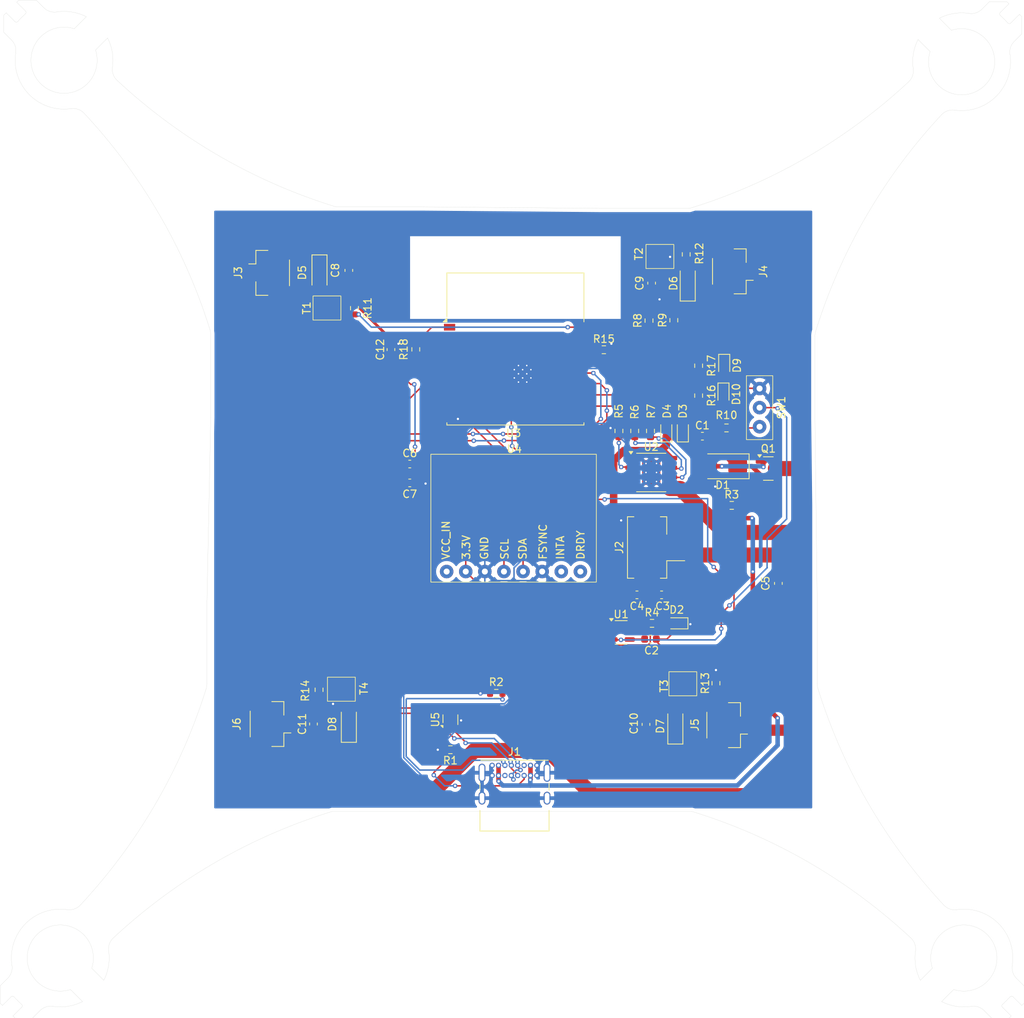
<source format=kicad_pcb>
(kicad_pcb (version 20241229) (generator "pcbnew") (generator_version "9.0")
  (layers (0 "F.Cu" signal) (2 "B.Cu" signal) (13 "F.Paste" user) (15 "B.Paste" user) (5 "F.SilkS" user "F.Silkscreen") (7 "B.SilkS" user "B.Silkscreen") (1 "F.Mask" user) (3 "B.Mask" user) (25 "Edge.Cuts" user))
  (net 0 "")
  (net 1 "VBUS")
  (net 2 "GND")
  (net 3 "Net-(U1-BP)")
  (net 4 "+3V3")
  (net 5 "+BATT")
  (net 6 "Net-(D5-A)")
  (net 7 "Net-(D6-A)")
  (net 8 "Net-(D7-A)")
  (net 9 "Net-(D8-A)")
  (net 10 "Net-(U3-EN)")
  (net 11 "+5V")
  (net 12 "Net-(D2-A)")
  (net 13 "Net-(D3-A)")
  (net 14 "Net-(D4-A)")
  (net 15 "Net-(D9-A)")
  (net 16 "Net-(D10-A)")
  (net 18 "Net-(J1-D--PadA7)")
  (net 19 "Net-(J1-D+-PadA6)")
  (net 20 "Net-(J1-CC1)")
  (net 22 "Net-(J1-CC2)")
  (net 23 "Net-(U2-PROG)")
  (net 24 "Net-(U2-~{CHRG})")
  (net 25 "Net-(U2-~{STDBY})")
  (net 26 "/battery control/ADC_BATTERY")
  (net 27 "Net-(SW1-B)")
  (net 28 "/microcontroller/MTR1")
  (net 29 "/microcontroller/MTR2")
  (net 30 "/microcontroller/MTR3")
  (net 31 "/microcontroller/MTR4")
  (net 32 "Net-(U3-IO2)")
  (net 33 "/microcontroller/LED_RED")
  (net 34 "/microcontroller/LED_BLUE")
  (net 35 "/battery control/LDO_EN")
  (net 37 "/microcontroller/SCL")
  (net 38 "/microcontroller/USBD-")
  (net 39 "/microcontroller/SDA")
  (net 42 "/microcontroller/USBD+")
  (footprint "Diode_SMD:D_SOD-123" (layer "F.Cu") (at 123.876 63.75089 -90)
    (property "Reference" "D5")
    (property "Value" "1N4148W")
  )
  (footprint "Connector_JST:JST_GH_BM02B-GHS-TBT_1x02-1MP_P1.25mm_Vertical" (layer "F.Cu") (at 117.276 63.77589 -90)
    (property "Reference" "J3")
    (property "Value" "Conn_01x02_Socket")
  )
  (footprint "Resistor_SMD:R_0603_1608Metric" (layer "F.Cu") (at 178.676 94.70089)
    (property "Reference" "R3")
    (property "Value" "100K")
  )
  (footprint "Resistor_SMD:R_0603_1608Metric" (layer "F.Cu") (at 174.276 76.12589 -90)
    (property "Reference" "R17")
    (property "Value" "1K")
  )
  (footprint "Resistor_SMD:R_0603_1608Metric" (layer "F.Cu") (at 167.676 70.12589 -90)
    (property "Reference" "R8")
    (property "Value" "100K")
  )
  (footprint "Resistor_SMD:R_0603_1608Metric" (layer "F.Cu") (at 123.82 119.22589 -90)
    (property "Reference" "R14")
    (property "Value" "10K")
  )
  (footprint "RF_Module:ESP32-C3-WROOM-02" (layer "F.Cu") (at 149.916 77.00089)
    (property "Reference" "U3")
    (property "Value" "ESP32-C3-WROOM-02")
  )
  (footprint "Resistor_SMD:R_0603_1608Metric" (layer "F.Cu") (at 167.876 84.80089 90)
    (property "Reference" "R7")
    (property "Value" "1K")
  )
  (footprint "Connector_JST:JST_GH_BM02B-GHS-TBT_1x02-1MP_P1.25mm_Vertical" (layer "F.Cu") (at 117.276 123.77589 90)
    (property "Reference" "J6")
    (property "Value" "Conn_01x02_Socket")
  )
  (footprint "Resistor_SMD:R_0603_1608Metric" (layer "F.Cu") (at 128.526 68.478589 90)
    (property "Reference" "R11")
    (property "Value" "10K")
  )
  (footprint "Capacitor_SMD:C_0603_1608Metric" (layer "F.Cu") (at 168.026 65.14289 90)
    (property "Reference" "C9")
    (property "Value" "1uF")
  )
  (footprint "Capacitor_SMD:C_0603_1608Metric" (layer "F.Cu") (at 174.776 85.50089)
    (property "Reference" "C1")
    (property "Value" "10uF")
  )
  (footprint "Resistor_SMD:R_0603_1608Metric" (layer "F.Cu") (at 136.676 73.95089 90)
    (property "Reference" "R18")
    (property "Value" "10K")
  )
  (footprint "Diode_SMD:D_SMA" (layer "F.Cu") (at 177.476 89.50089 180)
    (property "Reference" "D1")
    (property "Value" "SS34")
  )
  (footprint "IRLML6344TRPBF:IRLML6344TRPBF" (layer "F.Cu") (at 126.518 68.45089 90)
    (property "Reference" "T1")
    (property "Value" "IRLML6344TRPBF")
  )
  (footprint "GY-87_Module:GY-87_Module" (layer "F.Cu") (at 140.776 103.50089)
    (property "Reference" "U4")
    (property "Value" "GY-87_Module")
  )
  (footprint "Capacitor_SMD:C_0603_1608Metric" (layer "F.Cu") (at 135.876 89.20089)
    (property "Reference" "C6")
    (property "Value" "100nF")
  )
  (footprint "Resistor_SMD:R_0603_1608Metric" (layer "F.Cu") (at 168.076 110.38739)
    (property "Reference" "R4")
    (property "Value" "470")
  )
  (footprint "Package_TO_SOT_SMD:SOT-23-5" (layer "F.Cu") (at 163.976 111.58739)
    (property "Reference" "U1")
    (property "Value" "SPX3819M5-L-3-3")
  )
  (footprint "Capacitor_SMD:C_0603_1608Metric" (layer "F.Cu") (at 127.776 63.45089 -90)
    (property "Reference" "C8")
    (property "Value" "1uF")
  )
  (footprint "LED_SMD:LED_0603_1608Metric" (layer "F.Cu") (at 177.576 79.91339 -90)
    (property "Reference" "D10")
    (property "Value" "LED")
  )
  (footprint "SS-12D00:SS12-D00" (layer "F.Cu") (at 182.376 81.70089 -90)
    (property "Reference" "SW1")
    (property "Value" "SS-12D00")
  )
  (footprint "Diode_SMD:D_SOD-123" (layer "F.Cu") (at 127.776 123.85089 90)
    (property "Reference" "D8")
    (property "Value" "1N4148W")
  )
  (footprint "Resistor_SMD:R_0603_1608Metric" (layer "F.Cu") (at 163.676 84.80089 90)
    (property "Reference" "R5")
    (property "Value" "1.2K")
  )
  (footprint "Resistor_SMD:R_0603_1608Metric" (layer "F.Cu") (at 172.626 61.31789 90)
    (property "Reference" "R12")
    (property "Value" "10K")
  )
  (footprint "LED_SMD:LED_0603_1608Metric" (layer "F.Cu") (at 172.176 84.77589 90)
    (property "Reference" "D3")
    (property "Value" "LED")
  )
  (footprint "Connector_JST:JST_GH_BM02B-GHS-TBT_1x02-1MP_P1.25mm_Vertical" (layer "F.Cu") (at 178.734 63.57589 90)
    (property "Reference" "J4")
    (property "Value" "Conn_01x02_Socket")
  )
  (footprint "Connector_JST:JST_GH_BM02B-GHS-TBT_1x02-1MP_P1.25mm_Vertical" (layer "F.Cu") (at 177.976 123.92589 90)
    (property "Reference" "J5")
    (property "Value" "Conn_01x02_Socket")
  )
  (footprint "IRLML6344TRPBF:IRLML6344TRPBF" (layer "F.Cu") (at 170.776 61.60089 90)
    (property "Reference" "T2")
    (property "Value" "IRLML6344TRPBF")
  )
  (footprint "Diode_SMD:D_SOD-123" (layer "F.Cu") (at 171.176 124.07589 90)
    (property "Reference" "D7")
    (property "Value" "1N4148W")
  )
  (footprint "Capacitor_SMD:C_0603_1608Metric" (layer "F.Cu") (at 169.351 106.60089)
    (property "Reference" "C3")
    (property "Value" "2.2uF")
  )
  (footprint "Capacitor_SMD:C_0603_1608Metric" (layer "F.Cu") (at 123.076 123.77589 90)
    (property "Reference" "C11")
    (property "Value" "1uF")
  )
  (footprint "Resistor_SMD:R_0603_1608Metric" (layer "F.Cu") (at 177.976 84.40089)
    (property "Reference" "R10")
    (property "Value" "100K")
  )
  (footprint "Resistor_SMD:R_0603_1608Metric" (layer "F.Cu") (at 174.276 80.10089 -90)
    (property "Reference" "R16")
    (property "Value" "1K")
  )
  (footprint "LED_SMD:LED_0603_1608Metric" (layer "F.Cu") (at 177.676 76.09839 -90)
    (property "Reference" "D9")
    (property "Value" "LED")
  )
  (footprint "Capacitor_SMD:C_0603_1608Metric" (layer "F.Cu") (at 167.276 123.82589 90)
    (property "Reference" "C10")
    (property "Value" "1uF")
  )
  (footprint "IRLML6344TRPBF:IRLML6344TRPBF" (layer "F.Cu") (at 173.826 118.42589 90)
    (property "Reference" "T3")
    (property "Value" "IRLML6344TRPBF")
  )
  (footprint "Capacitor_SMD:C_0603_1608Metric" (layer "F.Cu") (at 135.876 91.71089)
    (property "Reference" "C7")
    (property "Value" "10nF")
  )
  (footprint "Capacitor_SMD:C_0603_1608Metric" (layer "F.Cu") (at 167.876 112.48739)
    (property "Reference" "C2")
    (property "Value" "470pF")
  )
  (footprint "LED_SMD:LED_0603_1608Metric" (layer "F.Cu") (at 171.3635 110.38739 180)
    (property "Reference" "D2")
    (property "Value" "LED")
  )
  (footprint "Package_TO_SOT_SMD:SOT-666" (layer "F.Cu") (at 141.276 123.20089 90)
    (property "Reference" "U5")
    (property "Value" "USBLC6-2P6")
  )
  (footprint "Resistor_SMD:R_0603_1608Metric" (layer "F.Cu") (at 161.676 74.00089)
    (property "Reference" "R15")
    (property "Value" "10K")
  )
  (footprint "Diode_SMD:D_SOD-123" (layer "F.Cu") (at 172.826 65.16789 90)
    (property "Reference" "D6")
    (property "Value" "1N4148W")
  )
  (footprint "Package_SO:SOIC-8-1EP_3.9x4.9mm_P1.27mm_EP2.41x3.3mm_ThermalVias" (layer "F.Cu") (at 167.976 90.32589)
    (property "Reference" "U2")
    (property "Value" "TP4056-42-ESOP8")
  )
  (footprint "Package_TO_SOT_SMD:SOT-23" (layer "F.Cu") (at 183.5385 89.80089)
    (property "Reference" "Q1")
    (property "Value" "AO3401A")
  )
  (footprint "Connector_JST:JST_PH_B2B-PH-SM4-TB_1x02-1MP_P2.00mm_Vertical" (layer "F.Cu") (at 169.176 100.30089 90)
    (property "Reference" "J2")
    (property "Value" "Conn_01x02")
  )
  (footprint "Resistor_SMD:R_0603_1608Metric" (layer "F.Cu") (at 165.776 84.80089 -90)
    (property "Reference" "R6")
    (property "Value" "1K")
  )
  (footprint "Capacitor_SMD:C_0603_1608Metric" (layer "F.Cu") (at 133.376 73.97589 90)
    (property "Reference" "C12")
    (property "Value" "100nF")
  )
  (footprint "IRLML6344TRPBF:IRLML6344TRPBF" (layer "F.Cu") (at 125.134 119.15089 -90)
    (property "Reference" "T4")
    (property "Value" "IRLML6344TRPBF")
  )
  (footprint "LED_SMD:LED_0603_1608Metric" (layer "F.Cu") (at 169.976 84.77589 90)
    (property "Reference" "D4")
    (property "Value" "LED")
  )
  (footprint "Resistor_SMD:R_0603_1608Metric" (layer "F.Cu") (at 170.976 70.07589 -90)
    (property "Reference" "R9")
    (property "Value" "100K")
  )
  (footprint "Capacitor_SMD:C_0603_1608Metric" (layer "F.Cu") (at 166.076 106.60089 180)
    (property "Reference" "C4")
    (property "Value" "10uF")
  )
  (footprint "Resistor_SMD:R_0603_1608Metric" (layer "F.Cu") (at 141.276 127.20089 180)
    (property "Reference" "R1")
    (property "Value" "5.1K")
  )
  (footprint "Resistor_SMD:R_0603_1608Metric" (layer "F.Cu") (at 176.576 118.35089 90)
    (property "Reference" "R13")
    (property "Value" "10K")
  )
  (footprint "Connector_USB:USB_C_Receptacle_GCT_USB4085" (layer "F.Cu") (at 146.825 129.275)
    (property "Reference" "J1")
    (property "Value" "USB_C_Receptacle_USB2.0_16P")
  )
  (footprint "Resistor_SMD:R_0603_1608Metric" (layer "F.Cu") (at 147.376 119.70089 180)
    (property "Reference" "R2")
    (property "Value" "5.1K")
  )
  (footprint "Capacitor_SMD:C_0603_1608Metric" (layer "F.Cu") (at 184.876 105.07589 -90)
    (property "Reference" "C5")
    (property "Value" "10uF")
  )
  (gr_line (start 92.378085 160.688824) (end 90.776165 159.086904) (stroke (width 0.0254)) (layer "Edge.Cuts"))
  (gr_line (start 90.842361 41.934527) (end 90.846145 41.933845) (stroke (width 0.0254)) (layer "Edge.Cuts"))
  (gr_arc (start 210.510352 161.327499) (mid 211.435934 161.40396) (end 212.227134 161.890305) (stroke (width 0.0254)) (layer "Edge.Cuts"))
  (gr_line (start 81.419066 158.606845) (end 81.419066 160.901485) (stroke (width 0.0254)) (layer "Edge.Cuts"))
  (gr_arc (start 206.273913 29.912954) (mid 208.199325 29.2831) (end 210.216177 29.275148) (stroke (width 0.0254)) (layer "Edge.Cuts"))
  (gr_line (start 215.532944 162.901475) (end 213.238304 162.901475) (stroke (width 0.0254)) (layer "Edge.Cuts"))
  (gr_arc (start 206.538264 42.775705) (mid 207.343751 42.233546) (end 208.309639 42.134527) (stroke (width 0.0254)) (layer "Edge.Cuts"))
  (gr_line (start 202.799383 36.627385) (end 202.799384 36.627385) (stroke (width 0.0254)) (layer "Edge.Cuts"))
  (gr_line (start 161.683268 135.401495) (end 137.268732 135.401495) (stroke (width 0.025)) (layer "Edge.Cuts"))
  (gr_arc (start 211.927104 28.711505) (mid 211.135921 29.197782) (end 210.210352 29.274281) (stroke (width 0.0254)) (layer "Edge.Cuts"))
  (gr_line (start 210.216177 29.275148) (end 210.210352 29.274281) (stroke (width 0.0254)) (layer "Edge.Cuts"))
  (gr_arc (start 96.994466 38.194975) (mid 96.452813 37.391331) (end 96.352617 36.427385) (stroke (width 0.0254)) (layer "Edge.Cuts"))
  (gr_arc (start 108.917732 118.406412) (mid 108.891681 118.757007) (end 108.807732 119.098405) (stroke (width 0.0254)) (layer "Edge.Cuts"))
  (gr_line (start 215.959914 155.873295) (end 215.958904 155.878885) (stroke (width 0.0254)) (layer "Edge.Cuts"))
  (gr_line (start 212.938304 27.700305) (end 211.927104 28.711505) (stroke (width 0.0254)) (layer "Edge.Cuts"))
  (gr_line (start 83.492086 34.528485) (end 83.493096 34.522895) (stroke (width 0.0254)) (layer "Edge.Cuts"))
  (gr_line (start 93.604553 156.258451) (end 95.206513 157.860422) (stroke (width 0.0254)) (layer "Edge.Cuts"))
  (gr_arc (start 215.690193 160.045538) (mid 215.18773 160.572281) (end 214.661025 161.074784) (stroke (width 0.0254)) (layer "Edge.Cuts"))
  (gr_arc (start 90.846145 41.933845) (mid 85.306902 40.080478) (end 83.492086 34.528485) (stroke (width 0.0254)) (layer "Edge.Cuts"))
  (gr_line (start 213.238304 162.901475) (end 212.227134 161.890305) (stroke (width 0.0254)) (layer "Edge.Cuts"))
  (gr_line (start 95.852617 153.974395) (end 95.852616 153.974395) (stroke (width 0.0254)) (layer "Edge.Cuts"))
  (gr_line (start 81.919066 31.794935) (end 81.919066 29.500295) (stroke (width 0.0254)) (layer "Edge.Cuts"))
  (gr_line (start 173.083326 55.200285) (end 161.383268 55.200285) (stroke (width 0.0254)) (layer "Edge.Cuts"))
  (gr_line (start 108.917732 118.406412) (end 108.917732 107.406405) (stroke (width 0.025)) (layer "Edge.Cuts"))
  (gr_arc (start 202.799383 36.627385) (mid 202.699186 37.591331) (end 202.157534 38.394975) (stroke (width 0.0254)) (layer "Edge.Cuts"))
  (gr_line (start 216.232556 32.995313) (end 217.232934 31.994935) (stroke (width 0.0254)) (layer "Edge.Cuts"))
  (gr_arc (start 214.361025 29.526996) (mid 214.279082 29.34793) (end 214.355064 29.162195) (stroke (width 0.0254)) (layer "Edge.Cuts"))
  (gr_line (start 208.305855 42.133845) (end 208.309639 42.134527) (stroke (width 0.0254)) (layer "Edge.Cuts"))
  (gr_line (start 215.658904 34.722895) (end 215.659914 34.728485) (stroke (width 0.0254)) (layer "Edge.Cuts"))
  (gr_arc (start 126.068735 55.000285) (mid 110.576822 48.249457) (end 96.994466 38.194975) (stroke (width 0.025)) (layer "Edge.Cuts"))
  (gr_line (start 206.273913 29.912954) (end 207.875835 31.514876) (stroke (width 0.0254)) (layer "Edge.Cuts"))
  (gr_line (start 85.713696 162.901475) (end 86.724886 161.890285) (stroke (width 0.0254)) (layer "Edge.Cuts"))
  (gr_line (start 210.510352 161.327499) (end 210.516177 161.326632) (stroke (width 0.0254)) (layer "Edge.Cuts"))
  (gr_line (start 82.919221 32.79509) (end 81.919066 31.794935) (stroke (width 0.0254)) (layer "Edge.Cuts"))
  (gr_line (start 94.104571 34.14331) (end 95.70653 32.541342) (stroke (width 0.0254)) (layer "Edge.Cuts"))
  (gr_line (start 96.352616 36.427385) (end 96.352617 36.427385) (stroke (width 0.0254)) (layer "Edge.Cuts"))
  (gr_arc (start 189.844268 71.503375) (mid 196.576 56.20089) (end 206.538264 42.775705) (stroke (width 0.025)) (layer "Edge.Cuts"))
  (gr_line (start 206.573915 160.688824) (end 208.175812 159.086927) (stroke (width 0.0254)) (layer "Edge.Cuts"))
  (gr_line (start 217.532934 160.901485) (end 217.225404 161.209915) (stroke (width 0.0254)) (layer "Edge.Cuts"))
  (gr_arc (start 92.378085 160.688824) (mid 90.452675 161.318682) (end 88.435823 161.326632) (stroke (width 0.0254)) (layer "Edge.Cuts"))
  (gr_arc (start 208.609639 148.467253) (mid 207.643752 148.368233) (end 206.838264 147.826075) (stroke (width 0.0254)) (layer "Edge.Cuts"))
  (gr_arc (start 84.290975 161.074784) (mid 84.372966 161.253856) (end 84.295688 161.440833) (stroke (width 0.0254)) (layer "Edge.Cuts"))
  (gr_arc (start 88.941648 29.074281) (mid 88.016067 28.997819) (end 87.224866 28.511475) (stroke (width 0.0254)) (layer "Edge.Cuts"))
  (gr_line (start 190.034268 118.405466) (end 190.034268 107.406405) (stroke (width 0.025)) (layer "Edge.Cuts"))
  (gr_line (start 88.435823 161.326632) (end 88.441648 161.327499) (stroke (width 0.0254)) (layer "Edge.Cuts"))
  (gr_arc (start 189.734268 72.195281) (mid 189.760323 71.844774) (end 189.844268 71.503375) (stroke (width 0.0254)) (layer "Edge.Cuts"))
  (gr_arc (start 90.842361 41.934527) (mid 91.808248 42.033547) (end 92.613736 42.575705) (stroke (width 0.0254)) (layer "Edge.Cuts"))
  (gr_line (start 92.878088 29.712953) (end 91.276178 31.314863) (stroke (width 0.0254)) (layer "Edge.Cuts"))
  (gr_arc (start 95.852616 153.974395) (mid 95.830884 155.968643) (end 95.206513 157.860422) (stroke (width 0.0254)) (layer "Edge.Cuts"))
  (gr_arc (start 215.75209 30.565189) (mid 215.56929 30.638302) (end 215.390193 30.556242) (stroke (width 0.0254)) (layer "Edge.Cuts"))
  (gr_line (start 208.609639 148.467253) (end 208.605855 148.467935) (stroke (width 0.0254)) (layer "Edge.Cuts"))
  (gr_arc (start 92.613736 42.575705) (mid 102.575999 56.00089) (end 109.307732 71.303375) (stroke (width 0.025)) (layer "Edge.Cuts"))
  (gr_arc (start 96.494466 152.206805) (mid 110.076817 142.152316) (end 125.568761 135.401495) (stroke (width 0.025)) (layer "Edge.Cuts"))
  (gr_line (start 215.825404 162.609915) (end 215.532944 162.901475) (stroke (width 0.0254)) (layer "Edge.Cuts"))
  (gr_arc (start 205.347433 156.258466) (mid 212.645734 151.792253) (end 208.175812 159.086927) (stroke (width 0.0254)) (layer "Edge.Cuts"))
  (gr_arc (start 207.875835 31.514876) (mid 212.345717 38.809548) (end 205.047446 34.343327) (stroke (width 0.0254)) (layer "Edge.Cuts"))
  (gr_arc (start 83.761807 30.356242) (mid 83.58271 30.438336) (end 83.39996 30.365239) (stroke (width 0.0254)) (layer "Edge.Cuts"))
  (gr_arc (start 109.307732 71.303375) (mid 109.391676 71.644774) (end 109.417732 71.994621) (stroke (width 0.0254)) (layer "Edge.Cuts"))
  (gr_line (start 109.417732 71.994621) (end 109.417732 82.995375) (stroke (width 0.025)) (layer "Edge.Cuts"))
  (gr_arc (start 216.532598 157.606509) (mid 216.035381 156.804477) (end 215.958904 155.878885) (stroke (width 0.0254)) (layer "Edge.Cuts"))
  (gr_arc (start 190.144268 119.098405) (mid 190.060327 118.757006) (end 190.034268 118.405466) (stroke (width 0.0254)) (layer "Edge.Cuts"))
  (gr_line (start 214.65239 161.436911) (end 215.825404 162.609915) (stroke (width 0.0254)) (layer "Edge.Cuts"))
  (gr_arc (start 84.290975 161.074784) (mid 83.76427 160.572281) (end 83.261807 160.045538) (stroke (width 0.0254)) (layer "Edge.Cuts"))
  (gr_line (start 83.626596 27.791865) (end 83.919056 27.500305) (stroke (width 0.0254)) (layer "Edge.Cuts"))
  (gr_arc (start 82.992086 155.873295) (mid 84.806902 150.321302) (end 90.346145 148.467935) (stroke (width 0.0254)) (layer "Edge.Cuts"))
  (gr_line (start 205.347433 156.258466) (end 203.745469 157.860439) (stroke (width 0.0254)) (layer "Edge.Cuts"))
  (gr_arc (start 95.852617 153.974395) (mid 95.952815 153.01045) (end 96.494466 152.206805) (stroke (width 0.0254)) (layer "Edge.Cuts"))
  (gr_line (start 217.225404 161.209915) (end 216.050933 160.035434) (stroke (width 0.0254)) (layer "Edge.Cuts"))
  (gr_arc (start 82.89995 160.036551) (mid 83.08271 159.963455) (end 83.261807 160.045538) (stroke (width 0.0254)) (layer "Edge.Cuts"))
  (gr_line (start 217.532934 158.606845) (end 217.532934 160.901485) (stroke (width 0.0254)) (layer "Edge.Cuts"))
  (gr_line (start 81.419066 160.901485) (end 81.726596 161.209915) (stroke (width 0.0254)) (layer "Edge.Cuts"))
  (gr_line (start 84.295688 161.440833) (end 83.126596 162.609915) (stroke (width 0.0254)) (layer "Edge.Cuts"))
  (gr_arc (start 88.935823 29.075148) (mid 90.952678 29.083078) (end 92.878088 29.712953) (stroke (width 0.0254)) (layer "Edge.Cuts"))
  (gr_line (start 217.232934 29.700295) (end 216.925404 29.391865) (stroke (width 0.0254)) (layer "Edge.Cuts"))
  (gr_line (start 83.126596 162.609915) (end 83.419056 162.901475) (stroke (width 0.0254)) (layer "Edge.Cuts"))
  (gr_arc (start 95.70653 32.541342) (mid 96.330873 34.433136) (end 96.352616 36.427385) (stroke (width 0.0254)) (layer "Edge.Cuts"))
  (gr_line (start 216.532598 157.606509) (end 217.532934 158.606845) (stroke (width 0.0254)) (layer "Edge.Cuts"))
  (gr_line (start 88.941648 29.074281) (end 88.935823 29.075148) (stroke (width 0.0254)) (layer "Edge.Cuts"))
  (gr_arc (start 83.761807 30.356242) (mid 84.26427 29.829499) (end 84.790975 29.326996) (stroke (width 0.0254)) (layer "Edge.Cuts"))
  (gr_line (start 83.419056 162.901475) (end 85.713696 162.901475) (stroke (width 0.0254)) (layer "Edge.Cuts"))
  (gr_arc (start 108.807732 119.098405) (mid 102.076 134.400891) (end 92.113736 147.826075) (stroke (width 0.025)) (layer "Edge.Cuts"))
  (gr_arc (start 202.457534 152.206805) (mid 202.999187 153.010449) (end 203.099383 153.974395) (stroke (width 0.0254)) (layer "Edge.Cuts"))
  (gr_line (start 125.568761 135.401495) (end 137.268732 135.401495) (stroke (width 0.0254)) (layer "Edge.Cuts"))
  (gr_arc (start 82.993096 155.878885) (mid 82.916584 156.804473) (end 82.420665 157.605246) (stroke (width 0.0254)) (layer "Edge.Cuts"))
  (gr_line (start 81.726596 161.209915) (end 82.89995 160.036551) (stroke (width 0.0254)) (layer "Edge.Cuts"))
  (gr_arc (start 86.724886 161.890285) (mid 87.51608 161.404003) (end 88.441648 161.327499) (stroke (width 0.0254)) (layer "Edge.Cuts"))
  (gr_arc (start 82.919221 32.79509) (mid 83.416586 33.597305) (end 83.493096 34.522895) (stroke (width 0.0254)) (layer "Edge.Cuts"))
  (gr_line (start 86.213696 27.500305) (end 87.224866 28.511475) (stroke (width 0.0254)) (layer "Edge.Cuts"))
  (gr_line (start 84.79967 28.964929) (end 83.626596 27.791865) (stroke (width 0.0254)) (layer "Edge.Cuts"))
  (gr_arc (start 214.65239 161.436911) (mid 214.579157 161.253858) (end 214.661025 161.074784) (stroke (width 0.0254)) (layer "Edge.Cuts"))
  (gr_line (start 126.068735 55.000285) (end 137.768732 55.000285) (stroke (width 0.0254)) (layer "Edge.Cuts"))
  (gr_line (start 217.232934 31.994935) (end 217.232934 29.700295) (stroke (width 0.0254)) (layer "Edge.Cuts"))
  (gr_arc (start 202.799384 36.627385) (mid 202.821102 34.633132) (end 203.445473 32.741344) (stroke (width 0.0254)) (layer "Edge.Cuts"))
  (gr_line (start 137.768732 55.000285) (end 161.383268 55.200285) (stroke (width 0.025)) (layer "Edge.Cuts"))
  (gr_arc (start 214.361025 29.526996) (mid 214.88773 30.029499) (end 215.390193 30.556242) (stroke (width 0.0254)) (layer "Edge.Cuts"))
  (gr_arc (start 202.157534 38.394975) (mid 188.575184 48.449467) (end 173.083326 55.200285) (stroke (width 0.025)) (layer "Edge.Cuts"))
  (gr_arc (start 210.516177 161.326632) (mid 208.499322 161.318702) (end 206.573915 160.688824) (stroke (width 0.0254)) (layer "Edge.Cuts"))
  (gr_arc (start 92.113736 147.826075) (mid 91.308251 148.368242) (end 90.342361 148.467253) (stroke (width 0.0254)) (layer "Edge.Cuts"))
  (gr_line (start 203.099384 153.974395) (end 203.099383 153.974395) (stroke (width 0.0254)) (layer "Edge.Cuts"))
  (gr_line (start 189.734268 72.195281) (end 189.734268 83.195375) (stroke (width 0.025)) (layer "Edge.Cuts"))
  (gr_arc (start 215.659914 34.728485) (mid 213.845098 40.280478) (end 208.305855 42.133845) (stroke (width 0.0254)) (layer "Edge.Cuts"))
  (gr_arc (start 173.383266 135.401495) (mid 188.875179 142.152322) (end 202.457534 152.206805) (stroke (width 0.025)) (layer "Edge.Cuts"))
  (gr_line (start 109.417732 82.995375) (end 108.917732 107.406405) (stroke (width 0.025)) (layer "Edge.Cuts"))
  (gr_line (start 82.993096 155.878885) (end 82.992086 155.873295) (stroke (width 0.0254)) (layer "Edge.Cuts"))
  (gr_line (start 189.734268 83.195375) (end 190.034268 107.406405) (stroke (width 0.025)) (layer "Edge.Cuts"))
  (gr_arc (start 94.104571 34.14331) (mid 86.806351 38.609518) (end 91.276178 31.314863) (stroke (width 0.0254)) (layer "Edge.Cuts"))
  (gr_line (start 83.919056 27.500305) (end 86.213696 27.500305) (stroke (width 0.0254)) (layer "Edge.Cuts"))
  (gr_line (start 90.346145 148.467935) (end 90.342361 148.467253) (stroke (width 0.0254)) (layer "Edge.Cuts"))
  (gr_arc (start 206.838264 147.826075) (mid 196.876001 134.40089) (end 190.144268 119.098405) (stroke (width 0.025)) (layer "Edge.Cuts"))
  (gr_line (start 215.232944 27.700305) (end 212.938304 27.700305) (stroke (width 0.0254)) (layer "Edge.Cuts"))
  (gr_line (start 82.226596 29.191865) (end 83.39996 30.365239) (stroke (width 0.0254)) (layer "Edge.Cuts"))
  (gr_line (start 215.525404 27.991865) (end 215.232944 27.700305) (stroke (width 0.0254)) (layer "Edge.Cuts"))
  (gr_arc (start 84.79967 28.964929) (mid 84.872858 29.147929) (end 84.790975 29.326996) (stroke (width 0.0254)) (layer "Edge.Cuts"))
  (gr_arc (start 215.690193 160.045538) (mid 215.86929 159.96345) (end 216.050933 160.035434) (stroke (width 0.0254)) (layer "Edge.Cuts"))
  (gr_line (start 214.355064 29.162195) (end 215.525404 27.991865) (stroke (width 0.0254)) (layer "Edge.Cuts"))
  (gr_line (start 81.919066 29.500295) (end 82.226596 29.191865) (stroke (width 0.0254)) (layer "Edge.Cuts"))
  (gr_line (start 173.383266 135.401495) (end 161.683268 135.401495) (stroke (width 0.0254)) (layer "Edge.Cuts"))
  (gr_line (start 82.420665 157.605246) (end 81.419066 158.606845) (stroke (width 0.0254)) (layer "Edge.Cuts"))
  (gr_line (start 205.047446 34.343327) (end 203.445473 32.741344) (stroke (width 0.0254)) (layer "Edge.Cuts"))
  (gr_arc (start 208.605855 148.467935) (mid 214.145098 150.321302) (end 215.959914 155.873295) (stroke (width 0.0254)) (layer "Edge.Cuts"))
  (gr_arc (start 215.658904 34.722895) (mid 215.735427 33.797316) (end 216.232556 32.995313) (stroke (width 0.0254)) (layer "Edge.Cuts"))
  (gr_line (start 216.925404 29.391865) (end 215.75209 30.565189) (stroke (width 0.0254)) (layer "Edge.Cuts"))
  (gr_arc (start 90.776165 159.086904) (mid 86.306354 151.792265) (end 93.604553 156.258451) (stroke (width 0.0254)) (layer "Edge.Cuts"))
  (gr_arc (start 203.745469 157.860439) (mid 203.121103 155.968644) (end 203.099384 153.974395) (stroke (width 0.0254)) (layer "Edge.Cuts"))
  (segment (start 151.925 131.175) (end 151.9 131.2) (width 0.6) (layer "F.Cu") (net 1))
  (segment (start 184.776 123.00089) (end 181.476 119.70089) (width 0.6) (layer "F.Cu") (net 1))
  (segment (start 175.476 89.50089) (end 177.376 89.50089) (width 0.6) (layer "F.Cu") (net 1))
  (segment (start 182.601 88.85089) (end 180.151 86.40089) (width 0.6) (layer "F.Cu") (net 1))
  (segment (start 151.925 129.275) (end 151.925 130.625) (width 0.6) (layer "F.Cu") (net 1))
  (segment (start 181.476 119.70089) (end 181.476 103.50089) (width 0.6) (layer "F.Cu") (net 1))
  (segment (start 175.476 92.32589) (end 175.476 89.50089) (width 0.6) (layer "F.Cu") (net 1))
  (segment (start 182.876 89.60089) (end 182.876 89.12589) (width 0.6) (layer "F.Cu") (net 1))
  (segment (start 147.675 130.625) (end 147.675 131.375) (width 0.6) (layer "F.Cu") (net 1))
  (segment (start 177.851 94.70089) (end 175.476 92.32589) (width 0.6) (layer "F.Cu") (net 1))
  (segment (start 181.376 96.40089) (end 179.551 96.40089) (width 0.6) (layer "F.Cu") (net 1))
  (segment (start 147.675 131.375) (end 147.7 131.4) (width 0.6) (layer "F.Cu") (net 1))
  (segment (start 151.925 130.625) (end 151.925 131.175) (width 0.6) (layer "F.Cu") (net 1))
  (segment (start 179.551 96.40089) (end 177.851 94.70089) (width 0.6) (layer "F.Cu") (net 1))
  (segment (start 180.151 86.40089) (end 179.151 86.40089) (width 0.6) (layer "F.Cu") (net 1))
  (segment (start 182.876 89.12589) (end 182.601 88.85089) (width 0.6) (layer "F.Cu") (net 1))
  (segment (start 147.675 129.275) (end 147.675 130.625) (width 0.6) (layer "F.Cu") (net 1))
  (segment (start 179.151 86.40089) (end 177.151 84.40089) (width 0.6) (layer "F.Cu") (net 1))
  (via (at 184.776 123.00089) (size 0.6) (drill 0.3) (layers "F.Cu" "B.Cu") (net 1))
  (via (at 182.876 89.60089) (size 0.6) (drill 0.3) (layers "F.Cu" "B.Cu") (net 1))
  (via (at 147.7 131.4) (size 0.6) (drill 0.3) (layers "F.Cu" "B.Cu") (net 1))
  (via (at 181.376 96.40089) (size 0.6) (drill 0.3) (layers "F.Cu" "B.Cu") (net 1))
  (via (at 151.9 131.2) (size 0.6) (drill 0.3) (layers "F.Cu" "B.Cu") (net 1))
  (via (at 177.376 89.50089) (size 0.6) (drill 0.3) (layers "F.Cu" "B.Cu") (net 1))
  (via (at 181.476 103.50089) (size 0.6) (drill 0.3) (layers "F.Cu" "B.Cu") (net 1))
  (segment (start 147.7 131.4) (end 148.256 131.956) (width 0.6) (layer "B.Cu") (net 1))
  (segment (start 151.9 131.2) (end 151.9 131.956) (width 0.6) (layer "B.Cu") (net 1))
  (segment (start 181.476 96.50089) (end 181.376 96.40089) (width 0.6) (layer "B.Cu") (net 1))
  (segment (start 151.9 131.956) (end 179.42089 131.956) (width 0.6) (layer "B.Cu") (net 1))
  (segment (start 177.376 89.50089) (end 182.776 89.50089) (width 0.6) (layer "B.Cu") (net 1))
  (segment (start 179.42089 131.956) (end 184.776 126.60089) (width 0.6) (layer "B.Cu") (net 1))
  (segment (start 184.776 126.60089) (end 184.776 123.00089) (width 0.6) (layer "B.Cu") (net 1))
  (segment (start 182.776 89.50089) (end 182.876 89.60089) (width 0.6) (layer "B.Cu") (net 1))
  (segment (start 181.476 103.50089) (end 181.476 96.50089) (width 0.6) (layer "B.Cu") (net 1))
  (segment (start 148.256 131.956) (end 151.9 131.956) (width 0.6) (layer "B.Cu") (net 1))
  (segment (start 172.626 60.49289) (end 170.448 60.49289) (width 0.2) (layer "F.Cu") (net 2))
  (segment (start 184.026 105.85089) (end 183.276 105.10089) (width 0.2) (layer "F.Cu") (net 2))
  (segment (start 163.802 108.09989) (end 163.802 111.286389) (width 0.2) (layer "F.Cu") (net 2))
  (segment (start 170.29 61.463888) (end 170.476 61.649888) (width 0.2) (layer "F.Cu") (net 2))
  (segment (start 136.741 91.80089) (end 136.651 91.71089) (width 0.2) (layer "F.Cu") (net 2))
  (segment (start 125.62 120.10089) (end 125.62 121.04489) (width 0.2) (layer "F.Cu") (net 2))
  (segment (start 146.551 119.70089) (end 145.276 119.70089) (width 0.2) (layer "F.Cu") (net 2))
  (segment (start 133.376 73.20089) (end 134.376 73.20089) (width 0.2) (layer "F.Cu") (net 2))
  (segment (start 142.076 83.00089) (end 142.276 83.20089) (width 0.2) (layer "F.Cu") (net 2))
  (segment (start 175.551 83.94199) (end 178.352 81.14099) (width 0.2) (layer "F.Cu") (net 2))
  (segment (start 123.87 120.10089) (end 123.82 120.05089) (width 0.2) (layer "F.Cu") (net 2))
  (segment (start 141.166 83.00089) (end 142.076 83.00089) (width 0.2) (layer "F.Cu") (net 2))
  (segment (start 170.051 112.48739) (end 168.651 112.48739) (width 0.2) (layer "F.Cu") (net 2))
  (segment (start 169.676 99.30089) (end 169.676 98.90089) (width 0.2) (layer "F.Cu") (net 2))
  (segment (start 128.373301 67.50089) (end 128.526 67.653589) (width 0.2) (layer "F.Cu") (net 2))
  (segment (start 136.651 91.71089) (end 136.651 89.20089) (width 0.2) (layer "F.Cu") (net 2))
  (segment (start 177.576 79.12589) (end 182.341 79.12589) (width 0.2) (layer "F.Cu") (net 2))
  (segment (start 165.501 88.42089) (end 166.571 88.42089) (width 0.2) (layer "F.Cu") (net 2))
  (segment (start 141.753532 123.3) (end 142.7 123.3) (width 0.2) (layer "F.Cu") (net 2))
  (segment (start 168.651 112.78689) (end 168.651 112.48739) (width 0.2) (layer "F.Cu") (net 2))
  (segment (start 178.526 75.31089) (end 182.376 79.16089) (width 0.2) (layer "F.Cu") (net 2))
  (segment (start 133.376 72.503589) (end 128.526 67.653589) (width 0.2) (layer "F.Cu") (net 2))
  (segment (start 128.126 67.50089) (end 126.032 67.50089) (width 0.2) (layer "F.Cu") (net 2))
  (segment (start 170.976 69.25089) (end 169.076 67.35089) (width 0.2) (layer "F.Cu") (net 2))
  (segment (start 166.641 90.96089) (end 167.276 90.32589) (width 0.2) (layer "F.Cu") (net 2))
  (segment (start 133.376 72.75089) (end 128.126 67.50089) (width 0.2) (layer "F.Cu") (net 2))
  (segment (start 178.352 79.90189) (end 177.576 79.12589) (width 0.2) (layer "F.Cu") (net 2))
  (segment (start 137.976 91.80089) (end 136.741 91.80089) (width 0.2) (layer "F.Cu") (net 2))
  (segment (start 163.500999 111.58739) (end 162.8385 111.58739) (width 0.2) (layer "F.Cu") (net 2))
  (segment (start 175.551 85.50089) (end 175.551 83.94199) (width 0.2) (layer "F.Cu") (net 2))
  (segment (start 172.151 108.62589) (end 170.126 106.60089) (width 0.2) (layer "F.Cu") (net 2))
  (segment (start 169.076 67.35089) (end 169.076 67.30089) (width 0.2) (layer "F.Cu") (net 2))
  (segment (start 176.576 117.52589) (end 176.576 116.60089) (width 0.2) (layer "F.Cu") (net 2))
  (segment (start 170.29 60.65089) (end 170.29 61.463888) (width 0.2) (layer "F.Cu") (net 2))
  (segment (start 125.62 121.04489) (end 125.676 121.10089) (width 0.2) (layer "F.Cu") (net 2))
  (segment (start 133.376 73.20089) (end 133.376 72.503589) (width 0.2) (layer "F.Cu") (net 2))
  (segment (start 163.676 83.97589) (end 163.001 83.97589) (width 0.2) (layer "F.Cu") (net 2))
  (segment (start 170.126 106.60089) (end 169.35 105.82489) (width 0.2) (layer "F.Cu") (net 2))
  (segment (start 176.997814 92.197704) (end 176.479186 92.197704) (width 0.2) (layer "F.Cu") (net 2))
  (segment (start 182.341 79.12589) (end 182.376 79.16089) (width 0.2) (layer "F.Cu") (net 2))
  (segment (start 163.802 111.286389) (end 163.500999 111.58739) (width 0.2) (layer "F.Cu") (net 2))
  (segment (start 166.575 99.30089) (end 163.975 96.70089) (width 0.2) (layer "F.Cu") (net 2))
  (segment (start 184.876 105.85089) (end 184.026 105.85089) (width 0.2) (layer "F.Cu") (net 2))
  (segment (start 170.448 60.49289) (end 170.29 60.65089) (width 0.2) (layer "F.Cu") (net 2))
  (segment (start 162.501 73.37589) (end 162.676 73.20089) (width 0.2) (layer "F.Cu") (net 2))
  (segment (start 165.501 90.96089) (end 166.641 90.96089) (width 0.2) (layer "F.Cu") (net 2))
  (segment (start 166.077 105.82489) (end 163.802 108.09989) (width 0.2) (layer "F.Cu") (net 2))
  (segment (start 126.032 67.50089) (end 128.373301 67.50089) (width 0.2) (layer "F.Cu") (net 2))
  (segment (start 139.60089 127.20089) (end 139.6 127.2) (width 0.2) (layer "F.Cu") (net 2))
  (segment (start 172.151 110.38739) (end 170.051 112.48739) (width 0.2) (layer "F.Cu") (net 2))
  (segment (start 177.676 75.31089) (end 178.526 75.31089) (width 0.2) (layer "F.Cu") (net 2))
  (segment (start 172.2645 110.50089) (end 172.151 110.38739) (width 0.2) (layer "F.Cu") (net 2))
  (segment (start 172.151 110.38739) (end 172.151 108.62589) (width 0.2) (layer "F.Cu") (net 2))
  (segment (start 133.376 73.20089) (end 133.376 72.75089) (width 0.2) (layer "F.Cu") (net 2))
  (segment (start 166.077 105.82489) (end 165.301 106.60089) (width 0.2) (layer "F.Cu") (net 2))
  (segment (start 125.57 120.05089) (end 125.62 120.10089) (width 0.2) (layer "F.Cu") (net 2))
  (segment (start 140.451 127.20089) (end 139.60089 127.20089) (width 0.2) (layer "F.Cu") (net 2))
  (segment (start 179.501 94.70089) (end 176.997814 92.197704) (width 0.2) (layer "F.Cu") (net 2))
  (segment (start 178.352 81.14099) (end 178.352 79.90189) (width 0.2) (layer "F.Cu") (net 2))
  (segment (start 141.276 123.777532) (end 141.753532 123.3) (width 0.2) (layer "F.Cu") (net 2))
  (segment (start 173.176 110.50089) (end 172.2645 110.50089) (width 0.2) (layer "F.Cu") (net 2))
  (segment (start 162.501 74.00089) (end 162.501 73.37589) (width 0.2) (layer "F.Cu") (net 2))
  (segment (start 173.34 117.47589) (end 168.651 112.78689) (width 0.2) (layer "F.Cu") (net 2))
  (segment (start 169.35 105.82489) (end 166.077 105.82489) (width 0.2) (layer "F.Cu") (net 2))
  (segment (start 166.571 88.42089) (end 167.276 89.12589) (width 0.2) (layer "F.Cu") (net 2))
  (segment (start 169.676 99.30089) (end 166.575 99.30089) (width 0.2) (layer "F.Cu") (net 2))
  (segment (start 141.276 124.12589) (end 141.276 124.324248) (width 0.2) (layer "F.Cu") (net 2))
  (segment (start 163.001 83.97589) (end 162.5635 84.41339) (width 0.2) (layer "F.Cu") (net 2))
  (segment (start 123.82 120.05089) (end 125.57 120.05089) (width 0.2) (layer "F.Cu") (net 2))
  (segment (start 141.276 124.12589) (end 141.276 123.777532) (width 0.2) (layer "F.Cu") (net 2))
  (via (at 162.676 73.20089) (size 0.6) (drill 0.3) (layers "F.Cu" "B.Cu") (net 2))
  (via (at 137.976 91.80089) (size 0.6) (drill 0.3) (layers "F.Cu" "B.Cu") (net 2))
  (via (at 163.975 96.70089) (size 0.6) (drill 0.3) (layers "F.Cu" "B.Cu") (net 2))
  (via (at 139.6 127.2) (size 0.6) (drill 0.3) (layers "F.Cu" "B.Cu") (net 2))
  (via (at 162.5635 84.41339) (size 0.6) (drill 0.3) (layers "F.Cu" "B.Cu") (net 2))
  (via (at 169.076 67.30089) (size 0.6) (drill 0.3) (layers "F.Cu" "B.Cu") (net 2))
  (via (at 142.7 123.3) (size 0.6) (drill 0.3) (layers "F.Cu" "B.Cu") (net 2))
  (via (at 134.376 73.20089) (size 0.6) (drill 0.3) (layers "F.Cu" "B.Cu") (net 2))
  (via (at 173.176 110.50089) (size 0.6) (drill 0.3) (layers "F.Cu" "B.Cu") (net 2))
  (via (at 170.476 61.649888) (size 0.6) (drill 0.3) (layers "F.Cu" "B.Cu") (net 2))
  (via (at 142.276 83.20089) (size 0.6) (drill 0.3) (layers "F.Cu" "B.Cu") (net 2))
  (via (at 145.276 119.70089) (size 0.6) (drill 0.3) (layers "F.Cu" "B.Cu") (net 2))
  (via (at 125.676 121.10089) (size 0.6) (drill 0.3) (layers "F.Cu" "B.Cu") (net 2))
  (via (at 176.576 116.60089) (size 0.6) (drill 0.3) (layers "F.Cu" "B.Cu") (net 2))
  (via (at 176.479186 92.197704) (size 0.6) (drill 0.3) (layers "F.Cu" "B.Cu") (net 2))
  (via (at 183.276 105.10089) (size 0.6) (drill 0.3) (layers "F.Cu" "B.Cu") (net 2))
  (segment (start 176.576 116.60089) (end 179.376 113.80089) (width 0.2) (layer "B.Cu") (net 2))
  (segment (start 151.426 84.55089) (end 151.426 78.30089) (width 0.2) (layer "B.Cu") (net 2))
  (segment (start 153.755 130.625) (end 154.125 130.255) (width 0.2) (layer "B.Cu") (net 2))
  (segment (start 167.276 89.12589) (end 162.5635 84.41339) (width 0.2) (layer "B.Cu") (net 2))
  (segment (start 161.952 83.80189) (end 158.027 83.80189) (width 0.2) (layer "B.Cu") (net 2))
  (segment (start 145.276 115.50089) (end 145.476 115.30089) (width 0.2) (layer "B.Cu") (net 2))
  (segment (start 139.6 127.2) (end 139.6 127.050057) (width 0.2) (layer "B.Cu") (net 2))
  (segment (start 125.676 121.10089) (end 125.676 101.85089) (width 0.2) (layer "B.Cu") (net 2))
  (segment (start 125.676 101.85089) (end 149.776 77.75089) (width 0.2) (layer "B.Cu") (net 2))
  (segment (start 182.376 79.16089) (end 179.715 76.49989) (width 0.2) (layer "B.Cu") (net 2))
  (segment (start 146.825 130.625) (end 145.845 130.625) (width 0.2) (layer "B.Cu") (net 2))
  (segment (start 135.072 128.235862) (end 135.072 91.35489) (width 0.2) (layer "B.Cu") (net 2))
  (segment (start 147.057 104.70189) (end 152.275 104.70189) (width 0.2) (layer "B.Cu") (net 2))
  (segment (start 158.027 83.80189) (end 151.976 77.75089) (width 0.2) (layer "B.Cu") (net 2))
  (segment (start 152.775 129.275) (end 152.775 130.625) (width 0.2) (layer "B.Cu") (net 2))
  (segment (start 154.125 130.255) (end 154.125 79.89989) (width 0.2) (layer "B.Cu") (net 2))
  (segment (start 177.876 110.50089) (end 173.176 110.50089) (width 0.2) (layer "B.Cu") (net 2))
  (segment (start 149.735 119.814943) (end 149.735 103.003419) (width 0.2) (layer "B.Cu") (net 2))
  (segment (start 145.475 133.635) (end 140.471138 133.635) (width 0.2) (layer "B.Cu") (net 2))
  (segment (start 145.856 103.50089) (end 147.057 104.70189) (width 0.2) (layer "B.Cu") (net 2))
  (segment (start 137.976 90.65089) (end 150.326 78.30089) (width 0.2) (layer "B.Cu") (net 2))
  (segment (start 135.072 91.35489) (end 150.326 76.10089) (width 0.2) (layer "B.Cu") (net 2))
  (segment (start 168.476 66.80089) (end 162.476 72.80089) (width 0.2) (layer "B.Cu") (net 2))
  (segment (start 134.376 73.20089) (end 147.426 73.20089) (width 0.2) (layer "B.Cu") (net 2))
  (segment (start 147.426 73.20089) (end 150.326 76.10089) (width 0.2) (layer "B.Cu") (net 2))
  (segment (start 145.476 115.30089) (end 145.856 114.92089) (width 0.2) (layer "B.Cu") (net 2))
  (segment (start 145.845 130.625) (end 145.475 130.255) (width 0.2) (layer "B.Cu") (net 2))
  (segment (start 170.476 61.649888) (end 170.476 64.80089) (width 0.2) (layer "B.Cu") (net 2))
  (segment (start 170.476 64.80089) (end 168.476 66.80089) (width 0.2) (layer "B.Cu") (net 2))
  (segment (start 179.376 109.00089) (end 177.876 110.50089) (width 0.2) (layer "B.Cu") (net 2))
  (segment (start 169.347814 92.197704) (end 168.676 91.52589) (width 0.2) (layer "B.Cu") (net 2))
  (segment (start 145.276 119.70089) (end 145.276 115.50089) (width 0.2) (layer "B.Cu") (net 2))
  (segment (start 162.476 72.80089) (end 159.176 76.10089) (width 0.2) (layer "B.Cu") (net 2))
  (segment (start 145.856 103.50089) (end 145.856 99.68089) (width 0.2) (layer "B.Cu") (net 2))
  (segment (start 146.825 129.275) (end 146.825 130.625) (width 0.2) (layer "B.Cu") (net 2))
  (segment (start 168.976 67.30089) (end 168.476 66.80089) (width 0.2) (layer "B.Cu") (net 2))
  (segment (start 152.775 130.625) (end 153.755 130.625) (width 0.2) (layer "B.Cu") (net 2))
  (segment (start 162.5635 84.41339) (end 161.952 83.80189) (width 0.2) (layer "B.Cu") (net 2))
  (segment (start 145.856 99.68089) (end 137.976 91.80089) (width 0.2) (layer "B.Cu") (net 2))
  (segment (start 163.975 96.70089) (end 163.576 96.70089) (width 0.2) (layer "B.Cu") (net 2))
  (segment (start 152.127 76.49989) (end 151.976 76.65089) (width 0.2) (layer "B.Cu") (net 2))
  (segment (start 148.448943 121.101) (end 149.735 119.814943) (width 0.2) (layer "B.Cu") (net 2))
  (segment (start 162.676 73.20089) (end 162.476 73.00089) (width 0.2) (layer "B.Cu") (net 2))
  (segment (start 140.471138 133.635) (end 135.072 128.235862) (width 0.2) (layer "B.Cu") (net 2))
  (segment (start 163.576 96.70089) (end 151.426 84.55089) (width 0.2) (layer "B.Cu") (net 2))
  (segment (start 139.6 127.050057) (end 143.325029 123.325029) (width 0.2) (layer "B.Cu") (net 2))
  (segment (start 154.125 79.89989) (end 151.426 77.20089) (width 0.2) (layer "B.Cu") (net 2))
  (segment (start 145.856 114.92089) (end 145.856 103.50089) (width 0.2) (layer "B.Cu") (net 2))
  (segment (start 142.7 123.3) (end 143.3 123.3) (width 0.2) (layer "B.Cu") (net 2))
  (segment (start 145.475 130.255) (end 145.475 133.635) (width 0.2) (layer "B.Cu") (net 2))
  (segment (start 145.475 133.635) (end 154.125 133.635) (width 0.2) (layer "B.Cu") (net 2))
  (segment (start 137.976 91.80089) (end 137.976 90.65089) (width 0.2) (layer "B.Cu") (net 2))
  (segment (start 145.549057 121.101) (end 148.448943 121.101) (width 0.2) (layer "B.Cu") (net 2))
  (segment (start 169.076 67.30089) (end 168.976 67.30089) (width 0.2) (layer "B.Cu") (net 2))
  (segment (start 142.276 83.20089) (end 148.826 76.65089) (width 0.2) (layer "B.Cu") (net 2))
  (segment (start 152.275 104.70189) (end 153.476 103.50089) (width 0.2) (layer "B.Cu") (net 2))
  (segment (start 179.376 113.80089) (end 179.376 109.00089) (width 0.2) (layer "B.Cu") (net 2))
  (segment (start 149.735 103.003419) (end 151.426 101.312419) (width 0.2) (layer "B.Cu") (net 2))
  (segment (start 148.826 76.65089) (end 149.776 76.65089) (width 0.2) (layer "B.Cu") (net 2))
  (segment (start 159.176 76.10089) (end 151.426 76.10089) (width 0.2) (layer "B.Cu") (net 2))
  (segment (start 179.715 76.49989) (end 152.127 76.49989) (width 0.2) (layer "B.Cu") (net 2))
  (segment (start 151.426 101.312419) (end 151.426 78.30089) (width 0.2) (layer "B.Cu") (net 2))
  (segment (start 162.476 73.00089) (end 162.476 72.80089) (width 0.2) (layer "B.Cu") (net 2))
  (segment (start 143.325029 123.325029) (end 145.549057 121.101) (width 0.2) (layer "B.Cu") (net 2))
  (segment (start 183.276 105.10089) (end 179.376 109.00089) (width 0.2) (layer "B.Cu") (net 2))
  (segment (start 176.479186 92.197704) (end 169.347814 92.197704) (width 0.2) (layer "B.Cu") (net 2))
  (segment (start 143.3 123.3) (end 143.325029 123.325029) (width 0.2) (layer "B.Cu") (net 2))
  (segment (start 165.1635 112.48739) (end 165.1135 112.53739) (width 0.2) (layer "F.Cu") (net 3))
  (segment (start 167.101 112.48739) (end 165.1635 112.48739) (width 0.2) (layer "F.Cu") (net 3))
  (segment (start 132.90189 73.95189) (end 135.85 73.95189) (width 0.2) (layer "F.Cu") (net 4))
  (segment (start 167.001 110.63739) (end 167.251 110.38739) (width 0.2) (layer "F.Cu") (net 4))
  (segment (start 138.801 71.00089) (end 141.166 71.00089) (width 0.2) (layer "F.Cu") (net 4))
  (segment (start 167.852 112.01328) (end 167.852 112.9615) (width 0.2) (layer "F.Cu") (net 4))
  (segment (start 143.316 103.50089) (end 143.316 99.92589) (width 0.2) (layer "F.Cu") (net 4))
  (segment (start 167.251 107.00089) (end 166.851 106.60089) (width 0.2) (layer "F.Cu") (net 4))
  (segment (start 135.85 73.95189) (end 136.676 73.12589) (width 0.2) (layer "F.Cu") (net 4))
  (segment (start 132.6 74.25378) (end 132.90189 73.95189) (width 0.2) (layer "F.Cu") (net 4))
  (segment (start 136.676 73.12589) (end 138.801 71.00089) (width 0.2) (layer "F.Cu") (net 4))
  (segment (start 167.852 112.9615) (end 167.55011 113.26339) (width 0.2) (layer "F.Cu") (net 4))
  (segment (start 167.251 110.38739) (end 167.251 107.00089) (width 0.2) (layer "F.Cu") (net 4))
  (segment (start 143.316 99.92589) (end 135.101 91.71089) (width 0.2) (layer "F.Cu") (net 4))
  (segment (start 135.101 89.20089) (end 136.576 87.72589) (width 0.2) (layer "F.Cu") (net 4))
  (segment (start 167.55011 113.26339) (end 153.0785 113.26339) (width 0.2) (layer "F.Cu") (net 4))
  (segment (start 135.101 91.71089) (end 135.101 89.20089) (width 0.2) (layer "F.Cu") (net 4))
  (segment (start 132.6 75.2) (end 132.6 74.25378) (width 0.2) (layer "F.Cu") (net 4))
  (segment (start 136.476 78.60089) (end 136.00089 78.60089) (width 0.2) (layer "F.Cu") (net 4))
  (segment (start 153.0785 113.26339) (end 143.316 103.50089) (width 0.2) (layer "F.Cu") (net 4))
  (segment (start 166.47611 110.63739) (end 167.852 112.01328) (width 0.2) (layer "F.Cu") (net 4))
  (segment (start 136.00089 78.60089) (end 132.6 75.2) (width 0.2) (layer "F.Cu") (net 4))
  (segment (start 165.1135 110.63739) (end 167.001 110.63739) (width 0.2) (layer "F.Cu") (net 4))
  (segment (start 165.1135 110.63739) (end 166.47611 110.63739) (width 0.2) (layer "F.Cu") (net 4))
  (segment (start 168.576 106.60089) (end 166.851 106.60089) (width 0.2) (layer "F.Cu") (net 4))
  (segment (start 136.576 87.72589) (end 136.576 86.90089) (width 0.2) (layer "F.Cu") (net 4))
  (via (at 136.576 86.90089) (size 0.6) (drill 0.3) (layers "F.Cu" "B.Cu") (net 4))
  (via (at 136.476 78.60089) (size 0.6) (drill 0.3) (layers "F.Cu" "B.Cu") (net 4))
  (segment (start 136.576 78.70089) (end 136.476 78.60089) (width 0.2) (layer "B.Cu") (net 4))
  (segment (start 136.576 86.90089) (end 136.576 78.70089) (width 0.2) (layer "B.Cu") (net 4))
  (segment (start 115.326 63.15089) (end 122.826 63.15089) (width 1.5) (layer "F.Cu") (net 5))
  (segment (start 122.926 124.40089) (end 123.076 124.55089) (width 1.5) (layer "F.Cu") (net 5))
  (segment (start 154.254867 127.3) (end 144.463746 127.3) (width 2) (layer "F.Cu") (net 5))
  (segment (start 122.826 63.15089) (end 123.876 62.10089) (width 1.5) (layer "F.Cu") (net 5))
  (segment (start 111.177 59.30089) (end 113.676 56.80189) (width 2) (layer "F.Cu") (net 5))
  (segment (start 180.684 64.20089) (end 187.576 64.20089) (width 1.5) (layer "F.Cu") (net 5))
  (segment (start 113.676 56.80189) (end 127.676 56.80189) (width 2) (layer "F.Cu") (net 5))
  (segment (start 177.676 98.30089) (end 173.676 94.30089) (width 2) (layer "F.Cu") (net 5))
  (segment (start 111.177 124.30089) (end 111.177 59.30089) (width 2) (layer "F.Cu") (net 5))
  (segment (start 138.462856 133.30089) (end 113.676 133.30089) (width 2) (layer "F.Cu") (net 5))
  (segment (start 168.026 65.91789) (end 171.926 65.91789) (width 1.5) (layer "F.Cu") (net 5))
  (segment (start 119.226 124.40089) (end 111.277 124.40089) (width 1.5) (layer "F.Cu") (net 5))
  (segment (start 187.676 101.30089) (end 187.676 98.30089) (width 2) (layer "F.Cu") (net 5))
  (segment (start 187.576 64.20089) (end 187.676 64.30089) (width 1.5) (layer "F.Cu") (net 5))
  (segment (start 144.463746 127.3) (end 138.462856 133.30089) (width 2) (layer "F.Cu") (net 5))
  (segment (start 111.277 124.40089) (end 111.177 124.30089) (width 1.5) (layer "F.Cu") (net 5))
  (segment (start 179.926 124.55089) (end 179.976 124.60089) (width 1.5) (layer "F.Cu") (net 5))
  (segment (start 119.226 124.40089) (end 122.926 124.40089) (width 1.5) (layer "F.Cu") (net 5))
  (segment (start 171.926 65.91789) (end 172.826 66.81789) (width 1.5) (layer "F.Cu") (net 5))
  (segment (start 175.443 64.20089) (end 180.684 64.20089) (width 1.5) (layer "F.Cu") (net 5))
  (segment (start 167.276 124.60089) (end 170.051 124.60089) (width 1.5) (layer "F.Cu") (net 5))
  (segment (start 187.676 89.70089) (end 187.676 98.30089) (width 2) (layer "F.Cu") (net 5))
  (segment (start 173.676 101.30089) (end 187.676 101.30089) (width 2) (layer "F.Cu") (net 5))
  (segment (start 127.776 56.90189) (end 127.676 56.80189) (width 1.5) (layer "F.Cu") (net 5))
  (segment (start 169.676 101.30089) (end 173.676 101.30089) (width 2) (layer "F.Cu") (net 5))
  (segment (start 179.976 124.60089) (end 187.676 124.60089) (width 1.5) (layer "F.Cu") (net 5))
  (segment (start 187.676 101.30089) (end 187.676 104.30089) (width 2) (layer "F.Cu") (net 5))
  (segment (start 173.676 101.30089) (end 173.676 94.30089) (width 2) (layer "F.Cu") (net 5))
  (segment (start 170.051 124.60089) (end 171.176 125.72589) (width 1.5) (layer "F.Cu") (net 5))
  (segment (start 187.676 98.30089) (end 177.676 98.30089) (width 2) (layer "F.Cu") (net 5))
  (segment (start 187.676 89.70089) (end 187.576 89.80089) (width 2) (layer "F.Cu") (net 5))
  (segment (start 111.177 130.80189) (end 111.177 124.30089) (width 2) (layer "F.Cu") (net 5))
  (segment (start 187.676 124.60089) (end 187.676 129.00089) (width 2) (layer "F.Cu") (net 5))
  (segment (start 187.676 124.60089) (end 187.676 104.30089) (width 2) (layer "F.Cu") (net 5))
  (segment (start 160.255757 133.30089) (end 154.254867 127.3) (width 2) (layer "F.Cu") (net 5))
  (segment (start 183.376 133.30089) (end 160.255757 133.30089) (width 2) (layer "F.Cu") (net 5))
  (segment (start 187.575 104.19989) (end 184.876 104.19989) (width 2) (layer "F.Cu") (net 5))
  (segment (start 172.826 66.81789) (end 175.443 64.20089) (width 1.5) (layer "F.Cu") (net 5))
  (segment (start 187.676 129.00089) (end 183.376 133.30089) (width 2) (layer "F.Cu") (net 5))
  (segment (start 167.676 69.30089) (end 167.676 66.26789) (width 1.5) (layer "F.Cu") (net 5))
  (segment (start 126.826 124.55089) (end 127.776 125.50089) (width 1.5) (layer "F.Cu") (net 5))
  (segment (start 187.676 104.30089) (end 187.575 104.19989) (width 2) (layer "F.Cu") (net 5))
  (segment (start 123.876 62.10089) (end 127.201 62.10089) (width 1.5) (layer "F.Cu") (net 5))
  (segment (start 171.176 125.72589) (end 172.351 124.55089) (width 1.5) (layer "F.Cu") (net 5))
  (segment (start 187.676 60.80189) (end 187.676 64.30089) (width 2) (layer "F.Cu") (net 5))
  (segment (start 123.076 124.55089) (end 126.826 124.55089) (width 1.5) (layer "F.Cu") (net 5))
  (segment (start 172.351 124.55089) (end 179.926 124.55089) (width 1.5) (layer "F.Cu") (net 5))
  (segment (start 173.676 94.30089) (end 171.837 92.46189) (width 2) (layer "F.Cu") (net 5))
  (segment (start 187.576 89.80089) (end 184.476 89.80089) (width 2) (layer "F.Cu") (net 5))
  (segment (start 113.676 133.30089) (end 111.177 130.80189) (width 2) (layer "F.Cu") (net 5))
  (segment (start 127.201 62.10089) (end 127.776 62.67589) (width 1.5) (layer "F.Cu") (net 5))
  (segment (start 127.776 62.67589) (end 127.776 56.90189) (width 1.5) (layer "F.Cu") (net 5))
  (segment (start 187.676 64.30089) (end 187.676 89.70089) (width 2) (layer "F.Cu") (net 5))
  (segment (start 127.676 56.80189) (end 183.676 56.80189) (width 2) (layer "F.Cu") (net 5))
  (segment (start 183.676 56.80189) (end 187.676 60.80189) (width 2) (layer "F.Cu") (net 5))
  (segment (start 171.837 92.46189) (end 170.451 92.46189) (width 2) (layer "F.Cu") (net 5))
  (segment (start 167.676 66.26789) (end 168.026 65.91789) (width 1.5) (layer "F.Cu") (net 5))
  (segment (start 123.876 65.40089) (end 123.876 68.35089) (width 0.2) (layer "F.Cu") (net 6))
  (segment (start 115.326 64.40089) (end 122.876 64.40089) (width 0.2) (layer "F.Cu") (net 6))
  (segment (start 126.601 65.40089) (end 127.776 64.22589) (width 0.2) (layer "F.Cu") (net 6))
  (segment (start 123.876 65.40089) (end 126.601 65.40089) (width 0.2) (layer "F.Cu") (net 6))
  (segment (start 123.876 68.35089) (end 123.776 68.45089) (width 0.2) (layer "F.Cu") (net 6))
  (segment (start 122.876 64.40089) (end 123.876 65.40089) (width 0.2) (layer "F.Cu") (net 6))
  (segment (start 168.026 61.70889) (end 168.026 64.36789) (width 0.2) (layer "F.Cu") (net 7))
  (segment (start 171.976 64.36789) (end 172.826 63.51789) (width 0.2) (layer "F.Cu") (net 7))
  (segment (start 168.034 61.70089) (end 168.026 61.70889) (width 0.2) (layer "F.Cu") (net 7))
  (segment (start 168.026 64.36789) (end 171.976 64.36789) (width 0.2) (layer "F.Cu") (net 7))
  (segment (start 172.951 63.51789) (end 173.518 62.95089) (width 0.2) (layer "F.Cu") (net 7))
  (segment (start 173.518 62.95089) (end 180.684 62.95089) (width 0.2) (layer "F.Cu") (net 7))
  (segment (start 172.826 63.51789) (end 172.951 63.51789) (width 0.2) (layer "F.Cu") (net 7))
  (segment (start 168.034 61.60089) (end 168.034 61.70089) (width 0.2) (layer "F.Cu") (net 7))
  (segment (start 172.051 123.30089) (end 171.176 122.42589) (width 0.2) (layer "F.Cu") (net 8))
  (segment (start 171.084 122.23389) (end 171.084 118.42589) (width 0.2) (layer "F.Cu") (net 8))
  (segment (start 171.176 122.42589) (end 167.901 122.42589) (width 0.2) (layer "F.Cu") (net 8))
  (segment (start 167.901 122.42589) (end 167.276 123.05089) (width 0.2) (layer "F.Cu") (net 8))
  (segment (start 171.176 122.32589) (end 171.084 122.23389) (width 0.2) (layer "F.Cu") (net 8))
  (segment (start 179.926 123.30089) (end 172.051 123.30089) (width 0.2) (layer "F.Cu") (net 8))
  (segment (start 171.176 122.42589) (end 171.176 122.32589) (width 0.2) (layer "F.Cu") (net 8))
  (segment (start 123.076 123.00089) (end 126.976 123.00089) (width 0.2) (layer "F.Cu") (net 9))
  (segment (start 127.876 122.10089) (end 127.776 122.20089) (width 0.2) (layer "F.Cu") (net 9))
  (segment (start 126.976 123.00089) (end 127.776 122.20089) (width 0.2) (layer "F.Cu") (net 9))
  (segment (start 127.776 122.20089) (end 127.776 119.25089) (width 0.2) (layer "F.Cu") (net 9))
  (segment (start 119.226 123.15089) (end 122.926 123.15089) (width 0.2) (layer "F.Cu") (net 9))
  (segment (start 127.776 119.25089) (end 127.876 119.15089) (width 0.2) (layer "F.Cu") (net 9))
  (segment (start 122.926 123.15089) (end 123.076 123.00089) (width 0.2) (layer "F.Cu") (net 9))
  (segment (start 136.501 74.77589) (end 136.476 74.75089) (width 0.2) (layer "F.Cu") (net 10))
  (segment (start 136.476 74.75089) (end 133.376 74.75089) (width 0.2) (layer "F.Cu") (net 10))
  (segment (start 140.866 72.50089) (end 138.591 74.77589) (width 0.2) (layer "F.Cu") (net 10))
  (segment (start 141.166 72.50089) (end 140.866 72.50089) (width 0.2) (layer "F.Cu") (net 10))
  (segment (start 136.676 74.77589) (end 136.501 74.77589) (width 0.2) (layer "F.Cu") (net 10))
  (segment (start 138.591 74.77589) (end 136.676 74.77589) (width 0.2) (layer "F.Cu") (net 10))
  (segment (start 162.975 88.764238) (end 164.319348 87.41989) (width 1) (layer "F.Cu") (net 11))
  (segment (start 169.45 87.22689) (end 169.977 86.69989) (width 1) (layer "F.Cu") (net 11))
  (segment (start 172.2385 85.50089) (end 172.176 85.56339) (width 1) (layer "F.Cu") (net 11))
  (segment (start 169.977 86.69989) (end 169.977 85.56339) (width 1) (layer "F.Cu") (net 11))
  (segment (start 169.45 87.41989) (end 169.45 87.22689) (width 1) (layer "F.Cu") (net 11))
  (segment (start 162.8895 110.58639) (end 162.975 110.50089) (width 1) (layer "F.Cu") (net 11))
  (segment (start 164.319348 87.41989) (end 169.45 87.41989) (width 1) (layer "F.Cu") (net 11))
  (segment (start 164.588348 92.23089) (end 162.975 90.617542) (width 1) (layer "F.Cu") (net 11))
  (segment (start 165.501 92.23089) (end 164.588348 92.23089) (width 1) (layer "F.Cu") (net 11))
  (segment (start 169.45 87.41989) (end 170.451 88.42089) (width 1) (layer "F.Cu") (net 11))
  (segment (start 177.875 87.89989) (end 179.476 89.50089) (width 1) (layer "F.Cu") (net 11))
  (segment (start 174.001 85.50089) (end 172.2385 85.50089) (width 1) (layer "F.Cu") (net 11))
  (segment (start 174.001 85.50089) (end 174.001 85.97589) (width 1) (layer "F.Cu") (net 11))
  (segment (start 162.975 90.617542) (end 162.975 88.764238) (width 1) (layer "F.Cu") (net 11))
  (segment (start 175.925 87.89989) (end 177.875 87.89989) (width 1) (layer "F.Cu") (net 11))
  (segment (start 172.176 85.56339) (end 169.976 85.56339) (width 1) (layer "F.Cu") (net 11))
  (segment (start 162.975 110.50089) (end 162.975 90.617542) (width 1) (layer "F.Cu") (net 11))
  (segment (start 174.001 85.97589) (end 175.925 87.89989) (width 1) (layer "F.Cu") (net 11))
  (segment (start 179.476 89.50089) (end 181.351 89.50089) (width 0.6) (layer "F.Cu") (net 11))
  (segment (start 162.8385 110.58639) (end 162.8895 110.58639) (width 1) (layer "F.Cu") (net 11))
  (segment (start 181.351 89.50089) (end 182.601 90.75089) (width 0.6) (layer "F.Cu") (net 11))
  (segment (start 168.901 110.38739) (end 170.576 110.38739) (width 0.2) (layer "F.Cu") (net 12))
  (segment (start 171.4375 83.24989) (end 166.502 83.24989) (width 0.2) (layer "F.Cu") (net 13))
  (segment (start 172.176 83.98839) (end 171.4375 83.24989) (width 0.2) (layer "F.Cu") (net 13))
  (segment (start 166.502 83.24989) (end 165.776 83.97589) (width 0.2) (layer "F.Cu") (net 13))
  (segment (start 169.976 83.98839) (end 167.8885 83.98839) (width 0.2) (layer "F.Cu") (net 14))
  (segment (start 167.8885 83.98839) (end 167.876 83.97589) (width 0.2) (layer "F.Cu") (net 14))
  (segment (start 177.611 76.95089) (end 177.676 76.88589) (width 0.2) (layer "F.Cu") (net 15))
  (segment (start 174.276 76.95089) (end 177.611 76.95089) (width 0.2) (layer "F.Cu") (net 15))
  (segment (start 177.351 80.92589) (end 177.576 80.70089) (width 0.2) (layer "F.Cu") (net 16))
  (segment (start 174.276 80.92589) (end 177.351 80.92589) (width 0.2) (layer "F.Cu") (net 16))
  (segment (start 149.375 130.873247) (end 149.657753 131.156) (width 0.2) (layer "F.Cu") (net 18))
  (segment (start 150.225 128.825) (end 150.2 128.8) (width 0.2) (layer "F.Cu") (net 18))
  (segment (start 149.375 130.625) (end 149.375 130.873247) (width 0.2) (layer "F.Cu") (net 18))
  (segment (start 150.225 129.525) (end 150.225 129.275) (width 0.2) (layer "F.Cu") (net 18))
  (segment (start 150.225 129.275) (end 150.225 128.825) (width 0.2) (layer "F.Cu") (net 18))
  (segment (start 140.7385 124.6385) (end 140.7385 124.05089) (width 0.2) (layer "F.Cu") (net 18))
  (segment (start 150.6 129.9) (end 150.225 129.525) (width 0.2) (layer "F.Cu") (net 18))
  (segment (start 141.8 125.7) (end 140.7385 124.6385) (width 0.2) (layer "F.Cu") (net 18))
  (via (at 150.2 128.8) (size 0.6) (drill 0.3) (layers "F.Cu" "B.Cu") (net 18))
  (via (at 150.6 129.9) (size 0.6) (drill 0.3) (layers "F.Cu" "B.Cu") (net 18))
  (via (at 149.657753 131.156) (size 0.6) (drill 0.3) (layers "F.Cu" "B.Cu") (net 18))
  (via (at 141.8 125.7) (size 0.6) (drill 0.3) (layers "F.Cu" "B.Cu") (net 18))
  (segment (start 149.574 131.072247) (end 149.574 130.355346) (width 0.2) (layer "B.Cu") (net 18))
  (segment (start 149.657753 131.156) (end 149.574 131.072247) (width 0.2) (layer "B.Cu") (net 18))
  (segment (start 150.2 128.8) (end 147.1 125.7) (width 0.2) (layer "B.Cu") (net 18))
  (segment (start 147.1 125.7) (end 141.8 125.7) (width 0.2) (layer "B.Cu") (net 18))
  (segment (start 149.574 130.355346) (end 150.029346 129.9) (width 0.2) (layer "B.Cu") (net 18))
  (segment (start 150.029346 129.9) (end 150.6 129.9) (width 0.2) (layer "B.Cu") (net 18))
  (segment (start 150.225 130.525) (end 150.225 130.625) (width 0.2) (layer "F.Cu") (net 19))
  (segment (start 149.375 128.899265) (end 149.275735 128.8) (width 0.2) (layer "F.Cu") (net 19))
  (segment (start 143.3 126.2) (end 141.8135 124.7135) (width 0.2) (layer "F.Cu") (net 19))
  (segment (start 141.8135 124.7135) (end 141.8135 124.05089) (width 0.2) (layer "F.Cu") (net 19))
  (segment (start 149.375 129.275) (end 149.375 129.675) (width 0.2) (layer "F.Cu") (net 19))
  (segment (start 143.3 126.3) (end 143.3 126.2) (width 0.2) (layer "F.Cu") (net 19))
  (segment (start 149.375 129.675) (end 150.225 130.525) (width 0.2) (layer "F.Cu") (net 19))
  (segment (start 149.375 129.275) (end 149.375 128.899265) (width 0.2) (layer "F.Cu") (net 19))
  (via (at 143.3 126.3) (size 0.6) (drill 0.3) (layers "F.Cu" "B.Cu") (net 19))
  (via (at 149.275735 128.8) (size 0.6) (drill 0.3) (layers "F.Cu" "B.Cu") (net 19))
  (segment (start 149.275735 128.8) (end 146.775735 126.3) (width 0.2) (layer "B.Cu") (net 19))
  (segment (start 146.775735 126.3) (end 143.3 126.3) (width 0.2) (layer "B.Cu") (net 19))
  (segment (start 148.525 129.275) (end 148.525 129.006281) (width 0.2) (layer "F.Cu") (net 20))
  (segment (start 148.2 120.5) (end 148.2 119.70189) (width 0.2) (layer "F.Cu") (net 20))
  (segment (start 148.525 129.006281) (end 148.318719 128.8) (width 0.2) (layer "F.Cu") (net 20))
  (segment (start 148.2 119.70189) (end 148.201 119.70089) (width 0.2) (layer "F.Cu") (net 20))
  (via (at 148.318719 128.8) (size 0.6) (drill 0.3) (layers "F.Cu" "B.Cu") (net 20))
  (via (at 148.2 120.5) (size 0.6) (drill 0.3) (layers "F.Cu" "B.Cu") (net 20))
  (segment (start 148.118719 128.6) (end 144.2 128.6) (width 0.2) (layer "B.Cu") (net 20))
  (segment (start 142.9 129.9) (end 137.2 129.9) (width 0.2) (layer "B.Cu") (net 20))
  (segment (start 135.4 128.1) (end 135.4 120.5) (width 0.2) (layer "B.Cu") (net 20))
  (segment (start 137.2 129.9) (end 135.4 128.1) (width 0.2) (layer "B.Cu") (net 20))
  (segment (start 148.1 120.4) (end 148.2 120.5) (width 0.2) (layer "B.Cu") (net 20))
  (segment (start 144.2 128.6) (end 142.9 129.9) (width 0.2) (layer "B.Cu") (net 20))
  (segment (start 135.4 120.5) (end 135.5 120.4) (width 0.2) (layer "B.Cu") (net 20))
  (segment (start 135.5 120.4) (end 148.1 120.4) (width 0.2) (layer "B.Cu") (net 20))
  (segment (start 148.318719 128.8) (end 148.118719 128.6) (width 0.2) (layer "B.Cu") (net 20))
  (segment (start 151.075 131.119974) (end 150.194974 132) (width 0.2) (layer "F.Cu") (net 22))
  (segment (start 139.071212 130.571212) (end 139.071212 130.230678) (width 0.2) (layer "F.Cu") (net 22))
  (segment (start 151.075 130.625) (end 151.075 131.119974) (width 0.2) (layer "F.Cu") (net 22))
  (segment (start 150.194974 132) (end 141.9 132) (width 0.2) (layer "F.Cu") (net 22))
  (segment (start 139.071212 130.230678) (end 142.101 127.20089) (width 0.2) (layer "F.Cu") (net 22))
  (via (at 139.071212 130.571212) (size 0.6) (drill 0.3) (layers "F.Cu" "B.Cu") (net 22))
  (via (at 141.9 132) (size 0.6) (drill 0.3) (layers "F.Cu" "B.Cu") (net 22))
  (segment (start 140.5 132) (end 139.071212 130.571212) (width 0.2) (layer "B.Cu") (net 22))
  (segment (start 141.9 132) (end 140.5 132) (width 0.2) (layer "B.Cu") (net 22))
  (segment (start 165.411 89.60089) (end 165.501 89.69089) (width 0.2) (layer "F.Cu") (net 23))
  (segment (start 163.976 89.60089) (end 165.411 89.60089) (width 0.2) (layer "F.Cu") (net 23))
  (segment (start 163.676 85.62589) (end 163.676 86.40089) (width 0.2) (layer "F.Cu") (net 23))
  (via (at 163.676 86.40089) (size 0.6) (drill 0.3) (layers "F.Cu" "B.Cu") (net 23))
  (via (at 163.976 89.60089) (size 0.6) (drill 0.3) (layers "F.Cu" "B.Cu") (net 23))
  (segment (start 163.676 86.40089) (end 163.676 89.30089) (width 0.2) (layer "B.Cu") (net 23))
  (segment (start 163.676 89.30089) (end 163.976 89.60089) (width 0.2) (layer "B.Cu") (net 23))
  (segment (start 170.561 89.80089) (end 170.451 89.69089) (width 0.2) (layer "F.Cu") (net 24))
  (segment (start 165.776 86.30089) (end 165.876 86.40089) (width 0.2) (layer "F.Cu") (net 24))
  (segment (start 165.776 85.62589) (end 165.776 86.30089) (width 0.2) (layer "F.Cu") (net 24))
  (segment (start 171.976 89.80089) (end 170.561 89.80089) (width 0.2) (layer "F.Cu") (net 24))
  (via (at 171.976 89.80089) (size 0.6) (drill 0.3) (layers "F.Cu" "B.Cu") (net 24))
  (via (at 165.876 86.40089) (size 0.6) (drill 0.3) (layers "F.Cu" "B.Cu") (net 24))
  (segment (start 171.976 88.652857) (end 171.976 89.80089) (width 0.2) (layer "B.Cu") (net 24))
  (segment (start 165.876 86.40089) (end 169.724033 86.40089) (width 0.2) (layer "B.Cu") (net 24))
  (segment (start 169.724033 86.40089) (end 171.976 88.652857) (width 0.2) (layer "B.Cu") (net 24))
  (segment (start 168.801 85.62589) (end 168.976 85.80089) (width 0.2) (layer "F.Cu") (net 25))
  (segment (start 170.471676 90.981566) (end 170.451 90.96089) (width 0.2) (layer "F.Cu") (net 25))
  (segment (start 172.079161 90.981566) (end 170.471676 90.981566) (width 0.2) (layer "F.Cu") (net 25))
  (segment (start 167.876 85.62589) (end 168.801 85.62589) (width 0.2) (layer "F.Cu") (net 25))
  (via (at 172.079161 90.981566) (size 0.6) (drill 0.3) (layers "F.Cu" "B.Cu") (net 25))
  (via (at 168.976 85.80089) (size 0.6) (drill 0.3) (layers "F.Cu" "B.Cu") (net 25))
  (segment (start 168.976 85.80089) (end 169.776 85.80089) (width 0.2) (layer "B.Cu") (net 25))
  (segment (start 172.577 90.483727) (end 172.079161 90.981566) (width 0.2) (layer "B.Cu") (net 25))
  (segment (start 169.776 85.80089) (end 172.577 88.60189) (width 0.2) (layer "B.Cu") (net 25))
  (segment (start 172.577 88.60189) (end 172.577 90.483727) (width 0.2) (layer "B.Cu") (net 25))
  (segment (start 168.376 70.90089) (end 170.976 70.90089) (width 0.2) (layer "F.Cu") (net 26))
  (segment (start 167.676 70.95089) (end 168.326 70.95089) (width 0.2) (layer "F.Cu") (net 26))
  (segment (start 167.676 72.30089) (end 167.676 70.95089) (width 0.2) (layer "F.Cu") (net 26))
  (segment (start 168.326 70.95089) (end 168.376 70.90089) (width 0.2) (layer "F.Cu") (net 26))
  (segment (start 158.666 75.50089) (end 164.476 75.50089) (width 0.2) (layer "F.Cu") (net 26))
  (segment (start 164.476 75.50089) (end 167.676 72.30089) (width 0.2) (layer "F.Cu") (net 26))
  (segment (start 178.801 84.40089) (end 182.216 84.40089) (width 0.2) (layer "F.Cu") (net 27))
  (segment (start 182.216 84.40089) (end 182.376 84.24089) (width 0.2) (layer "F.Cu") (net 27))
  (segment (start 126.129301 69.303589) (end 126.032 69.40089) (width 0.2) (layer "F.Cu") (net 28))
  (segment (start 129.073301 69.303589) (end 129.076 69.30089) (width 0.2) (layer "F.Cu") (net 28))
  (segment (start 156.876 71.00089) (end 158.666 71.00089) (width 0.2) (layer "F.Cu") (net 28))
  (segment (start 128.526 69.303589) (end 129.073301 69.303589) (width 0.2) (layer "F.Cu") (net 28))
  (segment (start 128.526 69.303589) (end 126.129301 69.303589) (width 0.2) (layer "F.Cu") (net 28))
  (via (at 129.076 69.30089) (size 0.6) (drill 0.3) (layers "F.Cu" "B.Cu") (net 28))
  (via (at 156.876 71.00089) (size 0.6) (drill 0.3) (layers "F.Cu" "B.Cu") (net 28))
  (segment (start 130.776 71.00089) (end 156.876 71.00089) (width 0.2) (layer "B.Cu") (net 28))
  (segment (start 129.076 69.30089) (end 130.776 71.00089) (width 0.2) (layer "B.Cu") (net 28))
  (segment (start 167.247 60.89889) (end 168.821 60.89889) (width 0.2) (layer "F.Cu") (net 29))
  (segment (start 165.876 70.70089) (end 165.876 62.26989) (width 0.2) (layer "F.Cu") (net 29))
  (segment (start 171.981 62.55089) (end 172.389 62.14289) (width 0.2) (layer "F.Cu") (net 29))
  (segment (start 170.29 62.55089) (end 171.981 62.55089) (width 0.2) (layer "F.Cu") (net 29))
  (segment (start 158.666 72.50089) (end 164.076 72.50089) (width 0.2) (layer "F.Cu") (net 29))
  (segment (start 164.076 72.50089) (end 165.876 70.70089) (width 0.2) (layer "F.Cu") (net 29))
  (segment (start 168.821 60.89889) (end 170.29 62.36789) (width 0.2) (layer "F.Cu") (net 29))
  (segment (start 165.876 62.26989) (end 167.247 60.89889) (width 0.2) (layer "F.Cu") (net 29))
  (segment (start 170.29 62.36789) (end 170.29 62.55089) (width 0.2) (layer "F.Cu") (net 29))
  (segment (start 161.776 93.90089) (end 156.576 93.90089) (width 0.2) (layer "F.Cu") (net 30))
  (segment (start 141.776 74.00089) (end 141.166 74.00089) (width 0.2) (layer "F.Cu") (net 30))
  (segment (start 174.776 116.00089) (end 174.776 117.37589) (width 0.2) (layer "F.Cu") (net 30))
  (segment (start 174.776 117.37589) (end 176.576 119.17589) (width 0.2) (layer "F.Cu") (net 30))
  (segment (start 178.975 105.59989) (end 176.276 102.90089) (width 0.2) (layer "F.Cu") (net 30))
  (segment (start 178.975 111.80189) (end 178.975 105.59989) (width 0.2) (layer "F.Cu") (net 30))
  (segment (start 173.34 119.37589) (end 176.376 119.37589) (width 0.2) (layer "F.Cu") (net 30))
  (segment (start 174.776 116.00089) (end 178.975 111.80189) (width 0.2) (layer "F.Cu") (net 30))
  (segment (start 149.376 81.60089) (end 141.776 74.00089) (width 0.2) (layer "F.Cu") (net 30))
  (segment (start 176.376 119.37589) (end 176.576 119.17589) (width 0.2) (layer "F.Cu") (net 30))
  (segment (start 156.576 93.90089) (end 149.476 86.80089) (width 0.2) (layer "F.Cu") (net 30))
  (segment (start 149.376 84.30089) (end 149.376 81.60089) (width 0.2) (layer "F.Cu") (net 30))
  (via (at 149.376 84.30089) (size 0.6) (drill 0.3) (layers "F.Cu" "B.Cu") (net 30))
  (via (at 149.476 86.80089) (size 0.6) (drill 0.3) (layers "F.Cu" "B.Cu") (net 30))
  (via (at 176.276 102.90089) (size 0.6) (drill 0.3) (layers "F.Cu" "B.Cu") (net 30))
  (via (at 161.776 93.90089) (size 0.6) (drill 0.3) (layers "F.Cu" "B.Cu") (net 30))
  (segment (start 176.276 102.90089) (end 175.476 102.10089) (width 0.2) (layer "B.Cu") (net 30))
  (segment (start 161.876 93.80089) (end 161.776 93.90089) (width 0.2) (layer "B.Cu") (net 30))
  (segment (start 175.476 93.80089) (end 161.876 93.80089) (width 0.2) (layer "B.Cu") (net 30))
  (segment (start 175.476 102.10089) (end 175.476 93.80089) (width 0.2) (layer "B.Cu") (net 30))
  (segment (start 149.476 86.80089) (end 149.476 84.40089) (width 0.2) (layer "B.Cu") (net 30))
  (segment (start 149.476 84.40089) (end 149.376 84.30089) (width 0.2) (layer "B.Cu") (net 30))
  (segment (start 125.62 90.74689) (end 125.62 118.20089) (width 0.2) (layer "F.Cu") (net 31))
  (segment (start 124.02 118.20089) (end 123.82 118.40089) (width 0.2) (layer "F.Cu") (net 31))
  (segment (start 141.166 75.50089) (end 140.866 75.50089) (width 0.2) (layer "F.Cu") (net 31))
  (segment (start 125.62 118.20089) (end 124.02 118.20089) (width 0.2) (layer "F.Cu") (net 31))
  (segment (start 140.866 75.50089) (end 125.62 90.74689) (width 0.2) (layer "F.Cu") (net 31))
  (segment (start 158.666 74.00089) (end 160.851 74.00089) (width 0.2) (layer "F.Cu") (net 32))
  (segment (start 158.666 81.50089) (end 172.051 81.50089) (width 0.2) (layer "F.Cu") (net 33))
  (segment (start 172.051 81.50089) (end 174.276 79.27589) (width 0.2) (layer "F.Cu") (net 33))
  (segment (start 169.576 80.00089) (end 174.276 75.30089) (width 0.2) (layer "F.Cu") (net 34))
  (segment (start 158.666 80.00089) (end 169.576 80.00089) (width 0.2) (layer "F.Cu") (net 34))
  (segment (start 177.276 109.09989) (end 178.375 108.00089) (width 0.2) (layer "F.Cu") (net 35))
  (segment (start 184.676 81.70089) (end 182.376 81.70089) (width 0.2) (layer "F.Cu") (net 35))
  (segment (start 177.276 111.10089) (end 177.276 109.09989) (width 0.2) (layer "F.Cu") (net 35))
  (segment (start 163.951 112.584729) (end 162.885839 112.584729) (width 0.2) (layer "F.Cu") (net 35))
  (segment (start 184.776 81.80089) (end 184.676 81.70089) (width 0.2) (layer "F.Cu") (net 35))
  (segment (start 162.885839 112.584729) (end 162.8385 112.53739) (width 0.2) (layer "F.Cu") (net 35))
  (via (at 178.375 108.00089) (size 0.6) (drill 0.3) (layers "F.Cu" "B.Cu") (net 35))
  (via (at 184.776 81.80089) (size 0.6) (drill 0.3) (layers "F.Cu" "B.Cu") (net 35))
  (via (at 177.276 111.10089) (size 0.6) (drill 0.3) (layers "F.Cu" "B.Cu") (net 35))
  (via (at 163.951 112.584729) (size 0.6) (drill 0.3) (layers "F.Cu" "B.Cu") (net 35))
  (segment (start 176.478661 112.584729) (end 163.951 112.584729) (width 0.2) (layer "B.Cu") (net 35))
  (segment (start 183.376 103.00089) (end 183.376 99.10089) (width 0.2) (layer "B.Cu") (net 35))
  (segment (start 178.375 108.00089) (end 183.375 103.00089) (width 0.2) (layer "B.Cu") (net 35))
  (segment (start 183.376 99.10089) (end 185.976 96.50089) (width 0.2) (layer "B.Cu") (net 35))
  (segment (start 177.276 111.78739) (end 177.276 111.10089) (width 0.2) (layer "B.Cu") (net 35))
  (segment (start 185.976 83.00089) (end 184.776 81.80089) (width 0.2) (layer "B.Cu") (net 35))
  (segment (start 185.976 96.50089) (end 185.976 83.00089) (width 0.2) (layer "B.Cu") (net 35))
  (segment (start 183.375 103.00089) (end 183.376 103.00089) (width 0.2) (layer "B.Cu") (net 35))
  (segment (start 176.478661 112.584729) (end 177.276 111.78739) (width 0.2) (layer "B.Cu") (net 35))
  (segment (start 141.525943 81.50089) (end 148.396 88.370947) (width 0.2) (layer "F.Cu") (net 37))
  (segment (start 148.396 88.370947) (end 148.396 103.50089) (width 0.2) (layer "F.Cu") (net 37))
  (segment (start 141.166 81.50089) (end 141.525943 81.50089) (width 0.2) (layer "F.Cu") (net 37))
  (segment (start 133.176 86.10089) (end 144.376 86.10089) (width 0.2) (layer "F.Cu") (net 38))
  (segment (start 161.176 78.50089) (end 158.666 78.50089) (width 0.2) (layer "F.Cu") (net 38))
  (segment (start 141.8135 122.35089) (end 141.8135 121.954566) (width 0.2) (layer "F.Cu") (net 38))
  (segment (start 141.8135 121.954566) (end 141.508824 121.64989) (width 0.2) (layer "F.Cu") (net 38))
  (segment (start 159.245208 86.081625) (end 162.076 83.250833) (width 0.2) (layer "F.Cu") (net 38))
  (segment (start 127.876 91.40089) (end 133.176 86.10089) (width 0.2) (layer "F.Cu") (net 38))
  (segment (start 133.176 121.70089) (end 127.876 116.40089) (width 0.2) (layer "F.Cu") (net 38))
  (segment (start 162.076 79.40089) (end 161.176 78.50089) (width 0.2) (layer "F.Cu") (net 38))
  (segment (start 158.366 78.50089) (end 158.666 78.50089) (width 0.2) (layer "F.Cu") (net 38))
  (segment (start 127.876 116.40089) (end 127.876 91.40089) (width 0.2) (layer "F.Cu") (net 38))
  (segment (start 141.508824 121.64989) (end 133.227 121.64989) (width 0.2) (layer "F.Cu") (net 38))
  (segment (start 133.227 121.64989) (end 133.176 121.70089) (width 0.2) (layer "F.Cu") (net 38))
  (segment (start 162.076 83.250833) (end 162.076 82.10089) (width 0.2) (layer "F.Cu") (net 38))
  (segment (start 148.395265 86.081625) (end 159.245208 86.081625) (width 0.2) (layer "F.Cu") (net 38))
  (via (at 144.376 86.10089) (size 0.6) (drill 0.3) (layers "F.Cu" "B.Cu") (net 38))
  (via (at 162.076 79.40089) (size 0.6) (drill 0.3) (layers "F.Cu" "B.Cu") (net 38))
  (via (at 162.076 82.10089) (size 0.6) (drill 0.3) (layers "F.Cu" "B.Cu") (net 38))
  (via (at 148.395265 86.081625) (size 0.6) (drill 0.3) (layers "F.Cu" "B.Cu") (net 38))
  (segment (start 144.376 86.10089) (end 148.376 86.10089) (width 0.2) (layer "B.Cu") (net 38))
  (segment (start 148.376 86.10089) (end 148.395265 86.081625) (width 0.2) (layer "B.Cu") (net 38))
  (segment (start 162.076 82.10089) (end 162.076 79.40089) (width 0.2) (layer "B.Cu") (net 38))
  (segment (start 141.166 80.00089) (end 141.466 80.00089) (width 0.2) (layer "F.Cu") (net 39))
  (segment (start 141.466 80.00089) (end 150.936 89.47089) (width 0.2) (layer "F.Cu") (net 39))
  (segment (start 150.936 89.47089) (end 150.936 103.50089) (width 0.2) (layer "F.Cu") (net 39))
  (segment (start 158.766 77.10089) (end 158.666 77.00089) (width 0.2) (layer "F.Cu") (net 42))
  (segment (start 160.276 77.10089) (end 158.766 77.10089) (width 0.2) (layer "F.Cu") (net 42))
  (segment (start 140.7385 122.35089) (end 132.526 122.35089) (width 0.2) (layer "F.Cu") (net 42))
  (segment (start 158.666 77.00089) (end 158.366 77.00089) (width 0.2) (layer "F.Cu") (net 42))
  (segment (start 159.276 85.20089) (end 161.276 83.20089) (width 0.2) (layer "F.Cu") (net 42))
  (segment (start 132.526 122.35089) (end 126.776 116.60089) (width 0.2) (layer "F.Cu") (net 42))
  (segment (start 126.776 116.60089) (end 126.776 91.20089) (width 0.2) (layer "F.Cu") (net 42))
  (segment (start 132.776 85.20089) (end 144.276 85.20089) (width 0.2) (layer "F.Cu") (net 42))
  (segment (start 148.276 85.20089) (end 159.276 85.20089) (width 0.2) (layer "F.Cu") (net 42))
  (segment (start 126.776 91.20089) (end 132.776 85.20089) (width 0.2) (layer "F.Cu") (net 42))
  (via (at 148.276 85.20089) (size 0.6) (drill 0.3) (layers "F.Cu" "B.Cu") (net 42))
  (via (at 161.276 83.20089) (size 0.6) (drill 0.3) (layers "F.Cu" "B.Cu") (net 42))
  (via (at 144.276 85.20089) (size 0.6) (drill 0.3) (layers "F.Cu" "B.Cu") (net 42))
  (via (at 160.276 77.10089) (size 0.6) (drill 0.3) (layers "F.Cu" "B.Cu") (net 42))
  (segment (start 144.276 85.20089) (end 148.276 85.20089) (width 0.2) (layer "B.Cu") (net 42))
  (segment (start 161.276 78.10089) (end 160.276 77.10089) (width 0.2) (layer "B.Cu") (net 42))
  (segment (start 161.276 83.20089) (end 161.276 78.10089) (width 0.2) (layer "B.Cu") (net 42))
  (zone (net 2) (net_name "GND") (layer "B.Cu") (connect_pads (clearance 0.5)) (min_thickness 0.25) (fill yes (thermal_gap 0.5) (thermal_bridge_width 0.5))
    (polygon (pts (xy 109.876 55.50089) (xy 189.376 55.50089) (xy 189.376 135.00089) (xy 109.876 135.00089)))
  )
)
</source>
